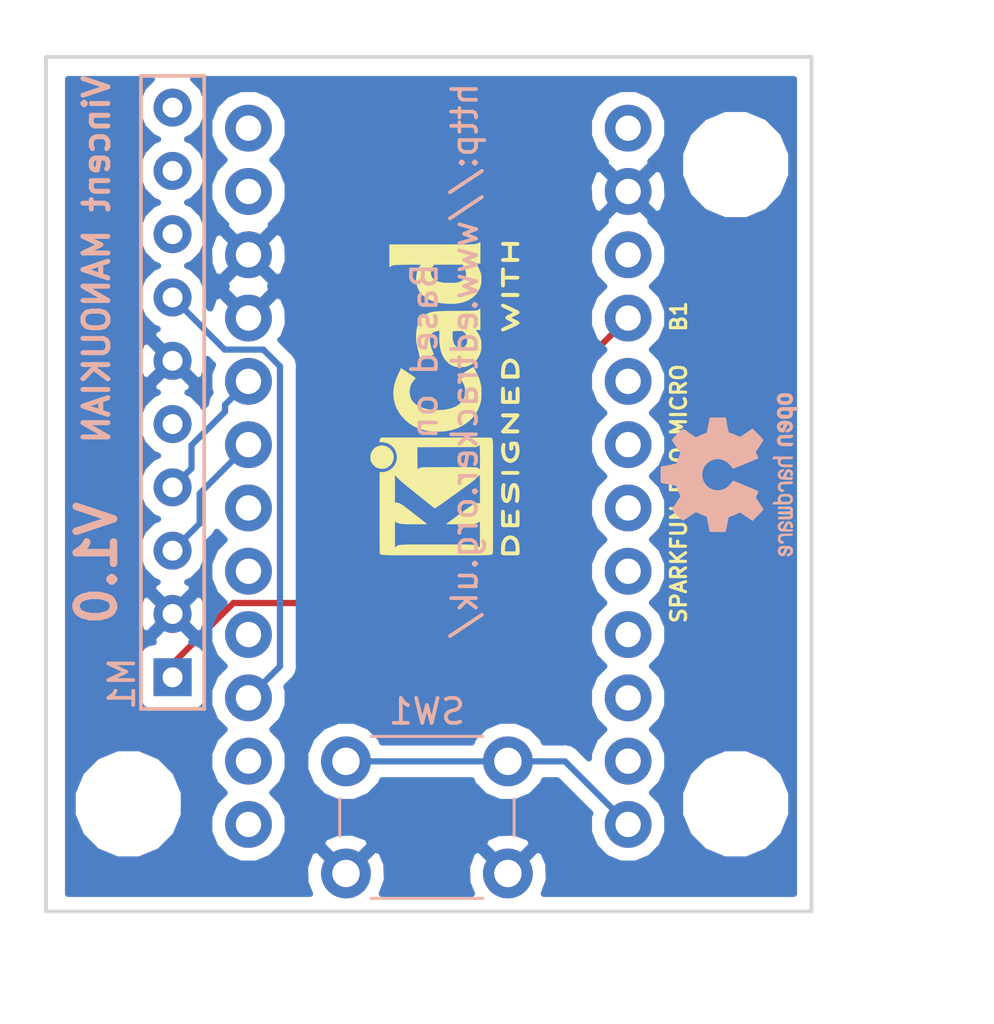
<source format=kicad_pcb>
(kicad_pcb (version 20171130) (host pcbnew "(5.0.1)-4")

  (general
    (thickness 1.6)
    (drawings 9)
    (tracks 24)
    (zones 0)
    (modules 8)
    (nets 27)
  )

  (page A4)
  (layers
    (0 F.Cu signal)
    (31 B.Cu signal)
    (32 B.Adhes user hide)
    (33 F.Adhes user hide)
    (34 B.Paste user hide)
    (35 F.Paste user hide)
    (36 B.SilkS user)
    (37 F.SilkS user)
    (38 B.Mask user)
    (39 F.Mask user)
    (40 Dwgs.User user hide)
    (41 Cmts.User user hide)
    (42 Eco1.User user hide)
    (43 Eco2.User user hide)
    (44 Edge.Cuts user)
    (45 Margin user hide)
    (46 B.CrtYd user)
    (47 F.CrtYd user)
    (48 B.Fab user hide)
    (49 F.Fab user)
  )

  (setup
    (last_trace_width 0.25)
    (trace_clearance 0.2)
    (zone_clearance 0.508)
    (zone_45_only no)
    (trace_min 0.2)
    (segment_width 0.2)
    (edge_width 0.15)
    (via_size 0.8)
    (via_drill 0.4)
    (via_min_size 0.4)
    (via_min_drill 0.3)
    (uvia_size 0.3)
    (uvia_drill 0.1)
    (uvias_allowed no)
    (uvia_min_size 0.2)
    (uvia_min_drill 0.1)
    (pcb_text_width 0.3)
    (pcb_text_size 1.5 1.5)
    (mod_edge_width 0.15)
    (mod_text_size 1 1)
    (mod_text_width 0.15)
    (pad_size 1.524 1.524)
    (pad_drill 0.762)
    (pad_to_mask_clearance 0.051)
    (solder_mask_min_width 0.25)
    (aux_axis_origin 0 0)
    (visible_elements 7FFFFFFF)
    (pcbplotparams
      (layerselection 0x010f0_ffffffff)
      (usegerberextensions false)
      (usegerberattributes false)
      (usegerberadvancedattributes false)
      (creategerberjobfile false)
      (excludeedgelayer true)
      (linewidth 0.100000)
      (plotframeref false)
      (viasonmask false)
      (mode 1)
      (useauxorigin false)
      (hpglpennumber 1)
      (hpglpenspeed 20)
      (hpglpendiameter 15.000000)
      (psnegative false)
      (psa4output false)
      (plotreference true)
      (plotvalue true)
      (plotinvisibletext false)
      (padsonsilk false)
      (subtractmaskfromsilk false)
      (outputformat 1)
      (mirror false)
      (drillshape 0)
      (scaleselection 1)
      (outputdirectory "gerber/"))
  )

  (net 0 "")
  (net 1 "Net-(B1-Pad1)")
  (net 2 "Net-(B1-Pad2)")
  (net 3 GND)
  (net 4 "Net-(B1-Pad5)")
  (net 5 "Net-(B1-Pad6)")
  (net 6 "Net-(B1-Pad7)")
  (net 7 "Net-(B1-Pad8)")
  (net 8 "Net-(B1-Pad9)")
  (net 9 "Net-(B1-Pad10)")
  (net 10 "Net-(B1-Pad11)")
  (net 11 "Net-(B1-Pad12)")
  (net 12 "Net-(B1-Pad13)")
  (net 13 "Net-(B1-Pad14)")
  (net 14 "Net-(B1-Pad15)")
  (net 15 "Net-(B1-Pad16)")
  (net 16 "Net-(B1-Pad17)")
  (net 17 "Net-(B1-Pad18)")
  (net 18 "Net-(B1-Pad19)")
  (net 19 "Net-(B1-Pad20)")
  (net 20 VCC)
  (net 21 "Net-(B1-Pad22)")
  (net 22 "Net-(B1-Pad24)")
  (net 23 "Net-(M1-Pad5)")
  (net 24 "Net-(M1-Pad8)")
  (net 25 "Net-(M1-Pad10)")
  (net 26 "Net-(M1-Pad9)")

  (net_class Default "Ceci est la Netclass par défaut."
    (clearance 0.2)
    (trace_width 0.25)
    (via_dia 0.8)
    (via_drill 0.4)
    (uvia_dia 0.3)
    (uvia_drill 0.1)
    (add_net GND)
    (add_net "Net-(B1-Pad1)")
    (add_net "Net-(B1-Pad10)")
    (add_net "Net-(B1-Pad11)")
    (add_net "Net-(B1-Pad12)")
    (add_net "Net-(B1-Pad13)")
    (add_net "Net-(B1-Pad14)")
    (add_net "Net-(B1-Pad15)")
    (add_net "Net-(B1-Pad16)")
    (add_net "Net-(B1-Pad17)")
    (add_net "Net-(B1-Pad18)")
    (add_net "Net-(B1-Pad19)")
    (add_net "Net-(B1-Pad2)")
    (add_net "Net-(B1-Pad20)")
    (add_net "Net-(B1-Pad22)")
    (add_net "Net-(B1-Pad24)")
    (add_net "Net-(B1-Pad5)")
    (add_net "Net-(B1-Pad6)")
    (add_net "Net-(B1-Pad7)")
    (add_net "Net-(B1-Pad8)")
    (add_net "Net-(B1-Pad9)")
    (add_net "Net-(M1-Pad10)")
    (add_net "Net-(M1-Pad5)")
    (add_net "Net-(M1-Pad8)")
    (add_net "Net-(M1-Pad9)")
    (add_net VCC)
  )

  (module MountingHole:MountingHole_3.2mm_M3 (layer F.Cu) (tedit 5C238360) (tstamp 5C48F830)
    (at 64.008 116.078)
    (descr "Mounting Hole 3.2mm, no annular, M3")
    (tags "mounting hole 3.2mm no annular m3")
    (path /5C23B22F)
    (attr virtual)
    (fp_text reference H2 (at 0 -4.2) (layer F.SilkS) hide
      (effects (font (size 1 1) (thickness 0.15)))
    )
    (fp_text value MountingHole (at 0 4.2) (layer F.Fab)
      (effects (font (size 1 1) (thickness 0.15)))
    )
    (fp_text user %R (at 0.3 0) (layer F.Fab)
      (effects (font (size 1 1) (thickness 0.15)))
    )
    (fp_circle (center 0 0) (end 3.2 0) (layer Cmts.User) (width 0.15))
    (fp_circle (center 0 0) (end 3.45 0) (layer F.CrtYd) (width 0.05))
    (pad 1 np_thru_hole circle (at 0 0) (size 3.2 3.2) (drill 3.2) (layers *.Cu *.Mask))
  )

  (module Boards:SPARKFUN_PRO_MICRO (layer F.Cu) (tedit 5C239F81) (tstamp 5C2FEC40)
    (at 76.454 101.663501)
    (descr "SPARKFUN PRO MICO FOOTPRINT (WITH USB CONNECTOR)")
    (tags "SPARKFUN PRO MICO FOOTPRINT (WITH USB CONNECTOR)")
    (path /5C234C2E)
    (attr virtual)
    (fp_text reference B1 (at 9.652 -5.143501 90) (layer F.SilkS)
      (effects (font (size 0.6096 0.6096) (thickness 0.127)))
    )
    (fp_text value SPARKFUN_PRO_MICRO (at 9.652 1.968499 90) (layer F.SilkS)
      (effects (font (size 0.6096 0.6096) (thickness 0.127)))
    )
    (fp_line (start -8.89 -16.51) (end -8.89 16.51) (layer Dwgs.User) (width 0.127))
    (fp_line (start -8.89 16.51) (end 8.89 16.51) (layer Dwgs.User) (width 0.127))
    (fp_line (start 8.89 16.51) (end 8.89 -16.51) (layer Dwgs.User) (width 0.127))
    (fp_line (start 8.89 -16.51) (end -8.89 -16.51) (layer Dwgs.User) (width 0.127))
    (fp_line (start -3.81 -16.51) (end -3.81 -17.78) (layer Dwgs.User) (width 0.127))
    (fp_line (start -3.81 -17.78) (end 3.81 -17.78) (layer Dwgs.User) (width 0.127))
    (fp_line (start 3.81 -17.78) (end 3.81 -16.51) (layer Dwgs.User) (width 0.127))
    (fp_text user USB (at -0.0508 -16.9164) (layer Dwgs.User)
      (effects (font (size 0.8128 0.8128) (thickness 0.1524)))
    )
    (pad 1 thru_hole circle (at -7.62 -12.7) (size 1.8796 1.8796) (drill 1.016) (layers *.Cu *.Mask)
      (net 1 "Net-(B1-Pad1)") (solder_mask_margin 0.1016))
    (pad 2 thru_hole circle (at -7.62 -10.16) (size 1.8796 1.8796) (drill 1.016) (layers *.Cu *.Mask)
      (net 2 "Net-(B1-Pad2)") (solder_mask_margin 0.1016))
    (pad 3 thru_hole circle (at -7.62 -7.62) (size 1.8796 1.8796) (drill 1.016) (layers *.Cu *.Mask)
      (net 3 GND) (solder_mask_margin 0.1016))
    (pad 4 thru_hole circle (at -7.62 -5.08) (size 1.8796 1.8796) (drill 1.016) (layers *.Cu *.Mask)
      (net 3 GND) (solder_mask_margin 0.1016))
    (pad 5 thru_hole circle (at -7.62 -2.54) (size 1.8796 1.8796) (drill 1.016) (layers *.Cu *.Mask)
      (net 4 "Net-(B1-Pad5)") (solder_mask_margin 0.1016))
    (pad 6 thru_hole circle (at -7.62 0) (size 1.8796 1.8796) (drill 1.016) (layers *.Cu *.Mask)
      (net 5 "Net-(B1-Pad6)") (solder_mask_margin 0.1016))
    (pad 7 thru_hole circle (at -7.62 2.54) (size 1.8796 1.8796) (drill 1.016) (layers *.Cu *.Mask)
      (net 6 "Net-(B1-Pad7)") (solder_mask_margin 0.1016))
    (pad 8 thru_hole circle (at -7.62 5.08) (size 1.8796 1.8796) (drill 1.016) (layers *.Cu *.Mask)
      (net 7 "Net-(B1-Pad8)") (solder_mask_margin 0.1016))
    (pad 9 thru_hole circle (at -7.62 7.62) (size 1.8796 1.8796) (drill 1.016) (layers *.Cu *.Mask)
      (net 8 "Net-(B1-Pad9)") (solder_mask_margin 0.1016))
    (pad 10 thru_hole circle (at -7.62 10.16) (size 1.8796 1.8796) (drill 1.016) (layers *.Cu *.Mask)
      (net 9 "Net-(B1-Pad10)") (solder_mask_margin 0.1016))
    (pad 11 thru_hole circle (at -7.62 12.7) (size 1.8796 1.8796) (drill 1.016) (layers *.Cu *.Mask)
      (net 10 "Net-(B1-Pad11)") (solder_mask_margin 0.1016))
    (pad 12 thru_hole circle (at -7.62 15.24) (size 1.8796 1.8796) (drill 1.016) (layers *.Cu *.Mask)
      (net 11 "Net-(B1-Pad12)") (solder_mask_margin 0.1016))
    (pad 13 thru_hole circle (at 7.62 15.24) (size 1.8796 1.8796) (drill 1.016) (layers *.Cu *.Mask)
      (net 12 "Net-(B1-Pad13)") (solder_mask_margin 0.1016))
    (pad 14 thru_hole circle (at 7.62 12.7) (size 1.8796 1.8796) (drill 1.016) (layers *.Cu *.Mask)
      (net 13 "Net-(B1-Pad14)") (solder_mask_margin 0.1016))
    (pad 15 thru_hole circle (at 7.62 10.16) (size 1.8796 1.8796) (drill 1.016) (layers *.Cu *.Mask)
      (net 14 "Net-(B1-Pad15)") (solder_mask_margin 0.1016))
    (pad 16 thru_hole circle (at 7.62 7.62) (size 1.8796 1.8796) (drill 1.016) (layers *.Cu *.Mask)
      (net 15 "Net-(B1-Pad16)") (solder_mask_margin 0.1016))
    (pad 17 thru_hole circle (at 7.62 5.08) (size 1.8796 1.8796) (drill 1.016) (layers *.Cu *.Mask)
      (net 16 "Net-(B1-Pad17)") (solder_mask_margin 0.1016))
    (pad 18 thru_hole circle (at 7.62 2.54) (size 1.8796 1.8796) (drill 1.016) (layers *.Cu *.Mask)
      (net 17 "Net-(B1-Pad18)") (solder_mask_margin 0.1016))
    (pad 19 thru_hole circle (at 7.62 0) (size 1.8796 1.8796) (drill 1.016) (layers *.Cu *.Mask)
      (net 18 "Net-(B1-Pad19)") (solder_mask_margin 0.1016))
    (pad 20 thru_hole circle (at 7.62 -2.54) (size 1.8796 1.8796) (drill 1.016) (layers *.Cu *.Mask)
      (net 19 "Net-(B1-Pad20)") (solder_mask_margin 0.1016))
    (pad 21 thru_hole circle (at 7.62 -5.08) (size 1.8796 1.8796) (drill 1.016) (layers *.Cu *.Mask)
      (net 20 VCC) (solder_mask_margin 0.1016))
    (pad 22 thru_hole circle (at 7.62 -7.62) (size 1.8796 1.8796) (drill 1.016) (layers *.Cu *.Mask)
      (net 21 "Net-(B1-Pad22)") (solder_mask_margin 0.1016))
    (pad 23 thru_hole circle (at 7.62 -10.16) (size 1.8796 1.8796) (drill 1.016) (layers *.Cu *.Mask)
      (net 3 GND) (solder_mask_margin 0.1016))
    (pad 24 thru_hole circle (at 7.62 -12.7) (size 1.8796 1.8796) (drill 1.016) (layers *.Cu *.Mask)
      (net 22 "Net-(B1-Pad24)") (solder_mask_margin 0.1016))
  )

  (module MPU9250:MPU9250 (layer B.Cu) (tedit 5C236C27) (tstamp 5C2FEC50)
    (at 65.786 99.568 90)
    (path /5C235786)
    (fp_text reference M1 (at -11.684 -2.032 90) (layer B.SilkS)
      (effects (font (size 1 1) (thickness 0.15)) (justify mirror))
    )
    (fp_text value MPU9250 (at 9.398 -2.032 90) (layer B.Fab)
      (effects (font (size 1 1) (thickness 0.15)) (justify mirror))
    )
    (fp_line (start -12.7 -1.27) (end -12.7 1.27) (layer B.SilkS) (width 0.15))
    (fp_line (start 12.7 -1.27) (end -12.7 -1.27) (layer B.SilkS) (width 0.15))
    (fp_line (start 12.7 1.27) (end 12.7 -1.27) (layer B.SilkS) (width 0.15))
    (fp_line (start -12.7 1.27) (end 12.7 1.27) (layer B.SilkS) (width 0.15))
    (pad 10 thru_hole circle (at 11.43 0 90) (size 1.524 1.524) (drill 0.8) (layers *.Cu *.Mask)
      (net 25 "Net-(M1-Pad10)"))
    (pad 9 thru_hole circle (at 8.89 0 90) (size 1.524 1.524) (drill 0.8) (layers *.Cu *.Mask)
      (net 26 "Net-(M1-Pad9)"))
    (pad 8 thru_hole circle (at 6.35 0 90) (size 1.524 1.524) (drill 0.8) (layers *.Cu *.Mask)
      (net 24 "Net-(M1-Pad8)"))
    (pad 7 thru_hole circle (at 3.81 0 90) (size 1.524 1.524) (drill 0.8) (layers *.Cu *.Mask)
      (net 9 "Net-(B1-Pad10)"))
    (pad 6 thru_hole circle (at 1.27 0 90) (size 1.524 1.524) (drill 0.8) (layers *.Cu *.Mask)
      (net 3 GND))
    (pad 5 thru_hole circle (at -1.27 0 90) (size 1.524 1.524) (drill 0.8) (layers *.Cu *.Mask)
      (net 23 "Net-(M1-Pad5)"))
    (pad 4 thru_hole circle (at -3.81 0 90) (size 1.524 1.524) (drill 0.8) (layers *.Cu *.Mask)
      (net 4 "Net-(B1-Pad5)"))
    (pad 3 thru_hole circle (at -6.35 0 90) (size 1.524 1.524) (drill 0.8) (layers *.Cu *.Mask)
      (net 5 "Net-(B1-Pad6)"))
    (pad 2 thru_hole circle (at -8.89 0 90) (size 1.524 1.524) (drill 0.8) (layers *.Cu *.Mask)
      (net 3 GND))
    (pad 1 thru_hole rect (at -11.43 0 90) (size 1.524 1.524) (drill 0.8) (layers *.Cu *.Mask)
      (net 20 VCC))
  )

  (module MountingHole:MountingHole_3.2mm_M3 (layer F.Cu) (tedit 5C23836C) (tstamp 5C48E977)
    (at 88.392 90.424)
    (descr "Mounting Hole 3.2mm, no annular, M3")
    (tags "mounting hole 3.2mm no annular m3")
    (path /5C23AFDD)
    (attr virtual)
    (fp_text reference H1 (at 0 -4.2) (layer F.SilkS) hide
      (effects (font (size 1 1) (thickness 0.15)))
    )
    (fp_text value MountingHole (at 0 4.2) (layer F.Fab)
      (effects (font (size 1 1) (thickness 0.15)))
    )
    (fp_text user %R (at 0.3 0) (layer F.Fab)
      (effects (font (size 1 1) (thickness 0.15)))
    )
    (fp_circle (center 0 0) (end 3.2 0) (layer Cmts.User) (width 0.15))
    (fp_circle (center 0 0) (end 3.45 0) (layer F.CrtYd) (width 0.05))
    (pad 1 np_thru_hole circle (at 0 0) (size 3.2 3.2) (drill 3.2) (layers *.Cu *.Mask))
  )

  (module MountingHole:MountingHole_3.2mm_M3 (layer F.Cu) (tedit 5C238366) (tstamp 5C48EA73)
    (at 88.392 116.078)
    (descr "Mounting Hole 3.2mm, no annular, M3")
    (tags "mounting hole 3.2mm no annular m3")
    (path /5C23B46E)
    (attr virtual)
    (fp_text reference H4 (at 0 -4.2) (layer F.SilkS) hide
      (effects (font (size 1 1) (thickness 0.15)))
    )
    (fp_text value MountingHole (at 0 4.2) (layer F.Fab)
      (effects (font (size 1 1) (thickness 0.15)))
    )
    (fp_text user %R (at 0.3 0) (layer F.Fab)
      (effects (font (size 1 1) (thickness 0.15)))
    )
    (fp_circle (center 0 0) (end 3.2 0) (layer Cmts.User) (width 0.15))
    (fp_circle (center 0 0) (end 3.45 0) (layer F.CrtYd) (width 0.05))
    (pad 1 np_thru_hole circle (at 0 0) (size 3.2 3.2) (drill 3.2) (layers *.Cu *.Mask))
  )

  (module Button_Switch_THT:SW_PUSH_6mm_H8mm (layer B.Cu) (tedit 5A02FE31) (tstamp 5C48EF6E)
    (at 79.248 114.372 180)
    (descr "tactile push button, 6x6mm e.g. PHAP33xx series, height=8mm")
    (tags "tact sw push 6mm")
    (path /5C23C10C)
    (fp_text reference SW1 (at 3.25 2 180) (layer B.SilkS)
      (effects (font (size 1 1) (thickness 0.15)) (justify mirror))
    )
    (fp_text value SW_Push (at 3.75 -6.7 180) (layer B.Fab)
      (effects (font (size 1 1) (thickness 0.15)) (justify mirror))
    )
    (fp_text user %R (at 3.25 -2.25 180) (layer B.Fab)
      (effects (font (size 1 1) (thickness 0.15)) (justify mirror))
    )
    (fp_line (start 3.25 0.75) (end 6.25 0.75) (layer B.Fab) (width 0.1))
    (fp_line (start 6.25 0.75) (end 6.25 -5.25) (layer B.Fab) (width 0.1))
    (fp_line (start 6.25 -5.25) (end 0.25 -5.25) (layer B.Fab) (width 0.1))
    (fp_line (start 0.25 -5.25) (end 0.25 0.75) (layer B.Fab) (width 0.1))
    (fp_line (start 0.25 0.75) (end 3.25 0.75) (layer B.Fab) (width 0.1))
    (fp_line (start 7.75 -6) (end 8 -6) (layer B.CrtYd) (width 0.05))
    (fp_line (start 8 -6) (end 8 -5.75) (layer B.CrtYd) (width 0.05))
    (fp_line (start 7.75 1.5) (end 8 1.5) (layer B.CrtYd) (width 0.05))
    (fp_line (start 8 1.5) (end 8 1.25) (layer B.CrtYd) (width 0.05))
    (fp_line (start -1.5 1.25) (end -1.5 1.5) (layer B.CrtYd) (width 0.05))
    (fp_line (start -1.5 1.5) (end -1.25 1.5) (layer B.CrtYd) (width 0.05))
    (fp_line (start -1.5 -5.75) (end -1.5 -6) (layer B.CrtYd) (width 0.05))
    (fp_line (start -1.5 -6) (end -1.25 -6) (layer B.CrtYd) (width 0.05))
    (fp_line (start -1.25 1.5) (end 7.75 1.5) (layer B.CrtYd) (width 0.05))
    (fp_line (start -1.5 -5.75) (end -1.5 1.25) (layer B.CrtYd) (width 0.05))
    (fp_line (start 7.75 -6) (end -1.25 -6) (layer B.CrtYd) (width 0.05))
    (fp_line (start 8 1.25) (end 8 -5.75) (layer B.CrtYd) (width 0.05))
    (fp_line (start 1 -5.5) (end 5.5 -5.5) (layer B.SilkS) (width 0.12))
    (fp_line (start -0.25 -1.5) (end -0.25 -3) (layer B.SilkS) (width 0.12))
    (fp_line (start 5.5 1) (end 1 1) (layer B.SilkS) (width 0.12))
    (fp_line (start 6.75 -3) (end 6.75 -1.5) (layer B.SilkS) (width 0.12))
    (fp_circle (center 3.25 -2.25) (end 1.25 -2.5) (layer B.Fab) (width 0.1))
    (pad 2 thru_hole circle (at 0 -4.5 90) (size 2 2) (drill 1.1) (layers *.Cu *.Mask)
      (net 3 GND))
    (pad 1 thru_hole circle (at 0 0 90) (size 2 2) (drill 1.1) (layers *.Cu *.Mask)
      (net 12 "Net-(B1-Pad13)"))
    (pad 2 thru_hole circle (at 6.5 -4.5 90) (size 2 2) (drill 1.1) (layers *.Cu *.Mask)
      (net 3 GND))
    (pad 1 thru_hole circle (at 6.5 0 90) (size 2 2) (drill 1.1) (layers *.Cu *.Mask)
      (net 12 "Net-(B1-Pad13)"))
    (model ${KISYS3DMOD}/Button_Switch_THT.3dshapes/SW_PUSH_6mm_H8mm.wrl
      (at (xyz 0 0 0))
      (scale (xyz 1 1 1))
      (rotate (xyz 0 0 0))
    )
  )

  (module Symbol:KiCad-Logo2_6mm_SilkScreen (layer F.Cu) (tedit 0) (tstamp 5C555090)
    (at 76.708 99.822 90)
    (descr "KiCad Logo")
    (tags "Logo KiCad")
    (attr virtual)
    (fp_text reference REF** (at 0 0 90) (layer F.SilkS) hide
      (effects (font (size 1 1) (thickness 0.15)))
    )
    (fp_text value KiCad-Logo2_6mm_SilkScreen (at 0.75 0 90) (layer F.Fab) hide
      (effects (font (size 1 1) (thickness 0.15)))
    )
    (fp_poly (pts (xy -2.273043 -2.973429) (xy -2.176768 -2.949191) (xy -2.090184 -2.906359) (xy -2.015373 -2.846581)
      (xy -1.954418 -2.771506) (xy -1.909399 -2.68278) (xy -1.883136 -2.58647) (xy -1.877286 -2.489205)
      (xy -1.89214 -2.395346) (xy -1.92584 -2.307489) (xy -1.976528 -2.22823) (xy -2.042345 -2.160164)
      (xy -2.121434 -2.105888) (xy -2.211934 -2.067998) (xy -2.2632 -2.055574) (xy -2.307698 -2.048053)
      (xy -2.341999 -2.045081) (xy -2.37496 -2.046906) (xy -2.415434 -2.053775) (xy -2.448531 -2.06075)
      (xy -2.541947 -2.092259) (xy -2.625619 -2.143383) (xy -2.697665 -2.212571) (xy -2.7562 -2.298272)
      (xy -2.770148 -2.325511) (xy -2.786586 -2.361878) (xy -2.796894 -2.392418) (xy -2.80246 -2.42455)
      (xy -2.804669 -2.465693) (xy -2.804948 -2.511778) (xy -2.800861 -2.596135) (xy -2.787446 -2.665414)
      (xy -2.762256 -2.726039) (xy -2.722846 -2.784433) (xy -2.684298 -2.828698) (xy -2.612406 -2.894516)
      (xy -2.537313 -2.939947) (xy -2.454562 -2.96715) (xy -2.376928 -2.977424) (xy -2.273043 -2.973429)) (layer F.SilkS) (width 0.01))
    (fp_poly (pts (xy 6.186507 -0.527755) (xy 6.186526 -0.293338) (xy 6.186552 -0.080397) (xy 6.186625 0.112168)
      (xy 6.186782 0.285459) (xy 6.187064 0.440576) (xy 6.187509 0.57862) (xy 6.188156 0.700692)
      (xy 6.189045 0.807894) (xy 6.190213 0.901326) (xy 6.191701 0.98209) (xy 6.193546 1.051286)
      (xy 6.195789 1.110015) (xy 6.198469 1.159379) (xy 6.201623 1.200478) (xy 6.205292 1.234413)
      (xy 6.209513 1.262286) (xy 6.214327 1.285198) (xy 6.219773 1.304249) (xy 6.225888 1.32054)
      (xy 6.232712 1.335173) (xy 6.240285 1.349249) (xy 6.248645 1.363868) (xy 6.253839 1.372974)
      (xy 6.288104 1.433689) (xy 5.429955 1.433689) (xy 5.429955 1.337733) (xy 5.429224 1.29437)
      (xy 5.427272 1.261205) (xy 5.424463 1.243424) (xy 5.423221 1.241778) (xy 5.411799 1.248662)
      (xy 5.389084 1.266505) (xy 5.366385 1.285879) (xy 5.3118 1.326614) (xy 5.242321 1.367617)
      (xy 5.16527 1.405123) (xy 5.087965 1.435364) (xy 5.057113 1.445012) (xy 4.988616 1.459578)
      (xy 4.905764 1.469539) (xy 4.816371 1.474583) (xy 4.728248 1.474396) (xy 4.649207 1.468666)
      (xy 4.611511 1.462858) (xy 4.473414 1.424797) (xy 4.346113 1.367073) (xy 4.230292 1.290211)
      (xy 4.126637 1.194739) (xy 4.035833 1.081179) (xy 3.969031 0.970381) (xy 3.914164 0.853625)
      (xy 3.872163 0.734276) (xy 3.842167 0.608283) (xy 3.823311 0.471594) (xy 3.814732 0.320158)
      (xy 3.814006 0.242711) (xy 3.8161 0.185934) (xy 4.645217 0.185934) (xy 4.645424 0.279002)
      (xy 4.648337 0.366692) (xy 4.654 0.443772) (xy 4.662455 0.505009) (xy 4.665038 0.51735)
      (xy 4.69684 0.624633) (xy 4.738498 0.711658) (xy 4.790363 0.778642) (xy 4.852781 0.825805)
      (xy 4.9261 0.853365) (xy 5.010669 0.861541) (xy 5.106835 0.850551) (xy 5.170311 0.834829)
      (xy 5.219454 0.816639) (xy 5.273583 0.790791) (xy 5.314244 0.767089) (xy 5.3848 0.720721)
      (xy 5.3848 -0.42947) (xy 5.317392 -0.473038) (xy 5.238867 -0.51396) (xy 5.154681 -0.540611)
      (xy 5.069557 -0.552535) (xy 4.988216 -0.549278) (xy 4.91538 -0.530385) (xy 4.883426 -0.514816)
      (xy 4.825501 -0.471819) (xy 4.776544 -0.415047) (xy 4.73539 -0.342425) (xy 4.700874 -0.251879)
      (xy 4.671833 -0.141334) (xy 4.670552 -0.135467) (xy 4.660381 -0.073212) (xy 4.652739 0.004594)
      (xy 4.64767 0.09272) (xy 4.645217 0.185934) (xy 3.8161 0.185934) (xy 3.821857 0.029895)
      (xy 3.843802 -0.165941) (xy 3.879786 -0.344668) (xy 3.929759 -0.506155) (xy 3.993668 -0.650274)
      (xy 4.071462 -0.776894) (xy 4.163089 -0.885885) (xy 4.268497 -0.977117) (xy 4.313662 -1.008068)
      (xy 4.414611 -1.064215) (xy 4.517901 -1.103826) (xy 4.627989 -1.127986) (xy 4.74933 -1.137781)
      (xy 4.841836 -1.136735) (xy 4.97149 -1.125769) (xy 5.084084 -1.103954) (xy 5.182875 -1.070286)
      (xy 5.271121 -1.023764) (xy 5.319986 -0.989552) (xy 5.349353 -0.967638) (xy 5.371043 -0.952667)
      (xy 5.379253 -0.948267) (xy 5.380868 -0.959096) (xy 5.382159 -0.989749) (xy 5.383138 -1.037474)
      (xy 5.383817 -1.099521) (xy 5.38421 -1.173138) (xy 5.38433 -1.255573) (xy 5.384188 -1.344075)
      (xy 5.383797 -1.435893) (xy 5.383171 -1.528276) (xy 5.38232 -1.618472) (xy 5.38126 -1.703729)
      (xy 5.380001 -1.781297) (xy 5.378556 -1.848424) (xy 5.376938 -1.902359) (xy 5.375161 -1.94035)
      (xy 5.374669 -1.947333) (xy 5.367092 -2.017749) (xy 5.355531 -2.072898) (xy 5.337792 -2.120019)
      (xy 5.311682 -2.166353) (xy 5.305415 -2.175933) (xy 5.280983 -2.212622) (xy 6.186311 -2.212622)
      (xy 6.186507 -0.527755)) (layer F.SilkS) (width 0.01))
    (fp_poly (pts (xy 2.673574 -1.133448) (xy 2.825492 -1.113433) (xy 2.960756 -1.079798) (xy 3.080239 -1.032275)
      (xy 3.184815 -0.970595) (xy 3.262424 -0.907035) (xy 3.331265 -0.832901) (xy 3.385006 -0.753129)
      (xy 3.42791 -0.660909) (xy 3.443384 -0.617839) (xy 3.456244 -0.578858) (xy 3.467446 -0.542711)
      (xy 3.47712 -0.507566) (xy 3.485396 -0.47159) (xy 3.492403 -0.43295) (xy 3.498272 -0.389815)
      (xy 3.503131 -0.340351) (xy 3.50711 -0.282727) (xy 3.51034 -0.215109) (xy 3.512949 -0.135666)
      (xy 3.515067 -0.042564) (xy 3.516824 0.066027) (xy 3.518349 0.191942) (xy 3.519772 0.337012)
      (xy 3.521025 0.479778) (xy 3.522351 0.635968) (xy 3.523556 0.771239) (xy 3.524766 0.887246)
      (xy 3.526106 0.985645) (xy 3.5277 1.068093) (xy 3.529675 1.136246) (xy 3.532156 1.19176)
      (xy 3.535269 1.236292) (xy 3.539138 1.271498) (xy 3.543889 1.299034) (xy 3.549648 1.320556)
      (xy 3.556539 1.337722) (xy 3.564689 1.352186) (xy 3.574223 1.365606) (xy 3.585266 1.379638)
      (xy 3.589566 1.385071) (xy 3.605386 1.40791) (xy 3.612422 1.423463) (xy 3.612444 1.423922)
      (xy 3.601567 1.426121) (xy 3.570582 1.428147) (xy 3.521957 1.429942) (xy 3.458163 1.431451)
      (xy 3.381669 1.432616) (xy 3.294944 1.43338) (xy 3.200457 1.433686) (xy 3.18955 1.433689)
      (xy 2.766657 1.433689) (xy 2.763395 1.337622) (xy 2.760133 1.241556) (xy 2.698044 1.292543)
      (xy 2.600714 1.360057) (xy 2.490813 1.414749) (xy 2.404349 1.444978) (xy 2.335278 1.459666)
      (xy 2.251925 1.469659) (xy 2.162159 1.474646) (xy 2.073845 1.474313) (xy 1.994851 1.468351)
      (xy 1.958622 1.462638) (xy 1.818603 1.424776) (xy 1.692178 1.369932) (xy 1.58026 1.298924)
      (xy 1.483762 1.212568) (xy 1.4036 1.111679) (xy 1.340687 0.997076) (xy 1.296312 0.870984)
      (xy 1.283978 0.814401) (xy 1.276368 0.752202) (xy 1.272739 0.677363) (xy 1.272245 0.643467)
      (xy 1.27231 0.640282) (xy 2.032248 0.640282) (xy 2.041541 0.715333) (xy 2.069728 0.77916)
      (xy 2.118197 0.834798) (xy 2.123254 0.839211) (xy 2.171548 0.874037) (xy 2.223257 0.89662)
      (xy 2.283989 0.90854) (xy 2.359352 0.911383) (xy 2.377459 0.910978) (xy 2.431278 0.908325)
      (xy 2.471308 0.902909) (xy 2.506324 0.892745) (xy 2.545103 0.87585) (xy 2.555745 0.870672)
      (xy 2.616396 0.834844) (xy 2.663215 0.792212) (xy 2.675952 0.776973) (xy 2.720622 0.720462)
      (xy 2.720622 0.524586) (xy 2.720086 0.445939) (xy 2.718396 0.387988) (xy 2.715428 0.348875)
      (xy 2.711057 0.326741) (xy 2.706972 0.320274) (xy 2.691047 0.317111) (xy 2.657264 0.314488)
      (xy 2.61034 0.312655) (xy 2.554993 0.311857) (xy 2.546106 0.311842) (xy 2.42533 0.317096)
      (xy 2.32266 0.333263) (xy 2.236106 0.360961) (xy 2.163681 0.400808) (xy 2.108751 0.447758)
      (xy 2.064204 0.505645) (xy 2.03948 0.568693) (xy 2.032248 0.640282) (xy 1.27231 0.640282)
      (xy 1.274178 0.549712) (xy 1.282522 0.470812) (xy 1.298768 0.39959) (xy 1.324405 0.328864)
      (xy 1.348401 0.276493) (xy 1.40702 0.181196) (xy 1.485117 0.09317) (xy 1.580315 0.014017)
      (xy 1.690238 -0.05466) (xy 1.81251 -0.111259) (xy 1.944755 -0.154179) (xy 2.009422 -0.169118)
      (xy 2.145604 -0.191223) (xy 2.294049 -0.205806) (xy 2.445505 -0.212187) (xy 2.572064 -0.210555)
      (xy 2.73395 -0.203776) (xy 2.72653 -0.262755) (xy 2.707238 -0.361908) (xy 2.676104 -0.442628)
      (xy 2.632269 -0.505534) (xy 2.574871 -0.551244) (xy 2.503048 -0.580378) (xy 2.415941 -0.593553)
      (xy 2.312686 -0.591389) (xy 2.274711 -0.587388) (xy 2.13352 -0.56222) (xy 1.996707 -0.521186)
      (xy 1.902178 -0.483185) (xy 1.857018 -0.46381) (xy 1.818585 -0.44824) (xy 1.792234 -0.438595)
      (xy 1.784546 -0.436548) (xy 1.774802 -0.445626) (xy 1.758083 -0.474595) (xy 1.734232 -0.523783)
      (xy 1.703093 -0.593516) (xy 1.664507 -0.684121) (xy 1.65791 -0.699911) (xy 1.627853 -0.772228)
      (xy 1.600874 -0.837575) (xy 1.578136 -0.893094) (xy 1.560806 -0.935928) (xy 1.550048 -0.963219)
      (xy 1.546941 -0.972058) (xy 1.55694 -0.976813) (xy 1.583217 -0.98209) (xy 1.611489 -0.985769)
      (xy 1.641646 -0.990526) (xy 1.689433 -0.999972) (xy 1.750612 -1.01318) (xy 1.820946 -1.029224)
      (xy 1.896194 -1.04718) (xy 1.924755 -1.054203) (xy 2.029816 -1.079791) (xy 2.11748 -1.099853)
      (xy 2.192068 -1.115031) (xy 2.257903 -1.125965) (xy 2.319307 -1.133296) (xy 2.380602 -1.137665)
      (xy 2.44611 -1.139713) (xy 2.504128 -1.140111) (xy 2.673574 -1.133448)) (layer F.SilkS) (width 0.01))
    (fp_poly (pts (xy 0.328429 -2.050929) (xy 0.48857 -2.029755) (xy 0.65251 -1.989615) (xy 0.822313 -1.930111)
      (xy 1.000043 -1.850846) (xy 1.01131 -1.845301) (xy 1.069005 -1.817275) (xy 1.120552 -1.793198)
      (xy 1.162191 -1.774751) (xy 1.190162 -1.763614) (xy 1.199733 -1.761067) (xy 1.21895 -1.756059)
      (xy 1.223561 -1.751853) (xy 1.218458 -1.74142) (xy 1.202418 -1.715132) (xy 1.177288 -1.675743)
      (xy 1.144914 -1.626009) (xy 1.107143 -1.568685) (xy 1.065822 -1.506524) (xy 1.022798 -1.442282)
      (xy 0.979917 -1.378715) (xy 0.939026 -1.318575) (xy 0.901971 -1.26462) (xy 0.8706 -1.219603)
      (xy 0.846759 -1.186279) (xy 0.832294 -1.167403) (xy 0.830309 -1.165213) (xy 0.820191 -1.169862)
      (xy 0.79785 -1.187038) (xy 0.76728 -1.21356) (xy 0.751536 -1.228036) (xy 0.655047 -1.303318)
      (xy 0.548336 -1.358759) (xy 0.432832 -1.393859) (xy 0.309962 -1.40812) (xy 0.240561 -1.406949)
      (xy 0.119423 -1.389788) (xy 0.010205 -1.353906) (xy -0.087418 -1.299041) (xy -0.173772 -1.22493)
      (xy -0.249185 -1.131312) (xy -0.313982 -1.017924) (xy -0.351399 -0.931333) (xy -0.395252 -0.795634)
      (xy -0.427572 -0.64815) (xy -0.448443 -0.492686) (xy -0.457949 -0.333044) (xy -0.456173 -0.173027)
      (xy -0.443197 -0.016439) (xy -0.419106 0.132918) (xy -0.383982 0.27124) (xy -0.337908 0.394724)
      (xy -0.321627 0.428978) (xy -0.25338 0.543064) (xy -0.172921 0.639557) (xy -0.08143 0.71767)
      (xy 0.019911 0.776617) (xy 0.12992 0.815612) (xy 0.247415 0.833868) (xy 0.288883 0.835211)
      (xy 0.410441 0.82429) (xy 0.530878 0.791474) (xy 0.648666 0.737439) (xy 0.762277 0.662865)
      (xy 0.853685 0.584539) (xy 0.900215 0.540008) (xy 1.081483 0.837271) (xy 1.12658 0.911433)
      (xy 1.167819 0.979646) (xy 1.203735 1.039459) (xy 1.232866 1.08842) (xy 1.25375 1.124079)
      (xy 1.264924 1.143984) (xy 1.266375 1.147079) (xy 1.258146 1.156718) (xy 1.232567 1.173999)
      (xy 1.192873 1.197283) (xy 1.142297 1.224934) (xy 1.084074 1.255315) (xy 1.021437 1.28679)
      (xy 0.957621 1.317722) (xy 0.89586 1.346473) (xy 0.839388 1.371408) (xy 0.791438 1.390889)
      (xy 0.767986 1.399318) (xy 0.634221 1.437133) (xy 0.496327 1.462136) (xy 0.348622 1.47514)
      (xy 0.221833 1.477468) (xy 0.153878 1.476373) (xy 0.088277 1.474275) (xy 0.030847 1.471434)
      (xy -0.012597 1.468106) (xy -0.026702 1.466422) (xy -0.165716 1.437587) (xy -0.307243 1.392468)
      (xy -0.444725 1.33375) (xy -0.571606 1.26412) (xy -0.649111 1.211441) (xy -0.776519 1.103239)
      (xy -0.894822 0.976671) (xy -1.001828 0.834866) (xy -1.095348 0.680951) (xy -1.17319 0.518053)
      (xy -1.217044 0.400756) (xy -1.267292 0.217128) (xy -1.300791 0.022581) (xy -1.317551 -0.178675)
      (xy -1.317584 -0.382432) (xy -1.300899 -0.584479) (xy -1.267507 -0.780608) (xy -1.21742 -0.966609)
      (xy -1.213603 -0.978197) (xy -1.150719 -1.14025) (xy -1.073972 -1.288168) (xy -0.980758 -1.426135)
      (xy -0.868473 -1.558339) (xy -0.824608 -1.603601) (xy -0.688466 -1.727543) (xy -0.548509 -1.830085)
      (xy -0.402589 -1.912344) (xy -0.248558 -1.975436) (xy -0.084268 -2.020477) (xy 0.011289 -2.037967)
      (xy 0.170023 -2.053534) (xy 0.328429 -2.050929)) (layer F.SilkS) (width 0.01))
    (fp_poly (pts (xy -2.9464 -2.510946) (xy -2.935535 -2.397007) (xy -2.903918 -2.289384) (xy -2.853015 -2.190385)
      (xy -2.784293 -2.102316) (xy -2.699219 -2.027484) (xy -2.602232 -1.969616) (xy -2.495964 -1.929995)
      (xy -2.38895 -1.911427) (xy -2.2833 -1.912566) (xy -2.181125 -1.93207) (xy -2.084534 -1.968594)
      (xy -1.995638 -2.020795) (xy -1.916546 -2.087327) (xy -1.849369 -2.166848) (xy -1.796217 -2.258013)
      (xy -1.759199 -2.359477) (xy -1.740427 -2.469898) (xy -1.738489 -2.519794) (xy -1.738489 -2.607733)
      (xy -1.68656 -2.607733) (xy -1.650253 -2.604889) (xy -1.623355 -2.593089) (xy -1.596249 -2.569351)
      (xy -1.557867 -2.530969) (xy -1.557867 -0.339398) (xy -1.557876 -0.077261) (xy -1.557908 0.163241)
      (xy -1.557972 0.383048) (xy -1.558076 0.583101) (xy -1.558227 0.764344) (xy -1.558434 0.927716)
      (xy -1.558706 1.07416) (xy -1.55905 1.204617) (xy -1.559474 1.320029) (xy -1.559987 1.421338)
      (xy -1.560597 1.509484) (xy -1.561312 1.58541) (xy -1.56214 1.650057) (xy -1.563089 1.704367)
      (xy -1.564167 1.74928) (xy -1.565383 1.78574) (xy -1.566745 1.814687) (xy -1.568261 1.837063)
      (xy -1.569938 1.853809) (xy -1.571786 1.865868) (xy -1.573813 1.87418) (xy -1.576025 1.879687)
      (xy -1.577108 1.881537) (xy -1.581271 1.888549) (xy -1.584805 1.894996) (xy -1.588635 1.9009)
      (xy -1.593682 1.906286) (xy -1.600871 1.911178) (xy -1.611123 1.915598) (xy -1.625364 1.919572)
      (xy -1.644514 1.923121) (xy -1.669499 1.92627) (xy -1.70124 1.929042) (xy -1.740662 1.931461)
      (xy -1.788686 1.933551) (xy -1.846237 1.935335) (xy -1.914237 1.936837) (xy -1.99361 1.93808)
      (xy -2.085279 1.939089) (xy -2.190166 1.939885) (xy -2.309196 1.940494) (xy -2.44329 1.940939)
      (xy -2.593373 1.941243) (xy -2.760367 1.94143) (xy -2.945196 1.941524) (xy -3.148783 1.941548)
      (xy -3.37205 1.941525) (xy -3.615922 1.94148) (xy -3.881321 1.941437) (xy -3.919704 1.941432)
      (xy -4.186682 1.941389) (xy -4.432002 1.941318) (xy -4.656583 1.941213) (xy -4.861345 1.941066)
      (xy -5.047206 1.940869) (xy -5.215088 1.940616) (xy -5.365908 1.9403) (xy -5.500587 1.939913)
      (xy -5.620044 1.939447) (xy -5.725199 1.938897) (xy -5.816971 1.938253) (xy -5.896279 1.937511)
      (xy -5.964043 1.936661) (xy -6.021182 1.935697) (xy -6.068617 1.934611) (xy -6.107266 1.933397)
      (xy -6.138049 1.932047) (xy -6.161885 1.930555) (xy -6.179694 1.928911) (xy -6.192395 1.927111)
      (xy -6.200908 1.925145) (xy -6.205266 1.923477) (xy -6.213728 1.919906) (xy -6.221497 1.91727)
      (xy -6.228602 1.914634) (xy -6.235073 1.911062) (xy -6.240939 1.905621) (xy -6.246229 1.897375)
      (xy -6.250974 1.88539) (xy -6.255202 1.868731) (xy -6.258943 1.846463) (xy -6.262227 1.817652)
      (xy -6.265083 1.781363) (xy -6.26754 1.736661) (xy -6.269629 1.682611) (xy -6.271378 1.618279)
      (xy -6.272817 1.54273) (xy -6.273976 1.45503) (xy -6.274883 1.354243) (xy -6.275569 1.239434)
      (xy -6.276063 1.10967) (xy -6.276395 0.964015) (xy -6.276593 0.801535) (xy -6.276687 0.621295)
      (xy -6.276708 0.42236) (xy -6.276685 0.203796) (xy -6.276646 -0.035332) (xy -6.276622 -0.29596)
      (xy -6.276622 -0.338111) (xy -6.276636 -0.601008) (xy -6.276661 -0.842268) (xy -6.276671 -1.062835)
      (xy -6.276642 -1.263648) (xy -6.276548 -1.445651) (xy -6.276362 -1.609784) (xy -6.276059 -1.756989)
      (xy -6.275614 -1.888208) (xy -6.275034 -1.998133) (xy -5.972197 -1.998133) (xy -5.932407 -1.940289)
      (xy -5.921236 -1.924521) (xy -5.911166 -1.910559) (xy -5.902138 -1.897216) (xy -5.894097 -1.883307)
      (xy -5.886986 -1.867644) (xy -5.880747 -1.849042) (xy -5.875325 -1.826314) (xy -5.870662 -1.798273)
      (xy -5.866701 -1.763733) (xy -5.863385 -1.721508) (xy -5.860659 -1.670411) (xy -5.858464 -1.609256)
      (xy -5.856745 -1.536856) (xy -5.855444 -1.452025) (xy -5.854505 -1.353578) (xy -5.85387 -1.240326)
      (xy -5.853484 -1.111084) (xy -5.853288 -0.964666) (xy -5.853227 -0.799884) (xy -5.853243 -0.615553)
      (xy -5.85328 -0.410487) (xy -5.853289 -0.287867) (xy -5.853265 -0.070918) (xy -5.853231 0.124642)
      (xy -5.853243 0.299999) (xy -5.853358 0.456341) (xy -5.85363 0.594857) (xy -5.854118 0.716734)
      (xy -5.854876 0.82316) (xy -5.855962 0.915322) (xy -5.857431 0.994409) (xy -5.85934 1.061608)
      (xy -5.861744 1.118107) (xy -5.864701 1.165093) (xy -5.868266 1.203755) (xy -5.872495 1.23528)
      (xy -5.877446 1.260855) (xy -5.883173 1.28167) (xy -5.889733 1.298911) (xy -5.897183 1.313765)
      (xy -5.905579 1.327422) (xy -5.914976 1.341069) (xy -5.925432 1.355893) (xy -5.931523 1.364783)
      (xy -5.970296 1.4224) (xy -5.438732 1.4224) (xy -5.315483 1.422365) (xy -5.212987 1.422215)
      (xy -5.12942 1.421878) (xy -5.062956 1.421286) (xy -5.011771 1.420367) (xy -4.974041 1.419051)
      (xy -4.94794 1.417269) (xy -4.931644 1.414951) (xy -4.923328 1.412026) (xy -4.921168 1.408424)
      (xy -4.923339 1.404075) (xy -4.924535 1.402645) (xy -4.949685 1.365573) (xy -4.975583 1.312772)
      (xy -4.999192 1.25077) (xy -5.007461 1.224357) (xy -5.012078 1.206416) (xy -5.015979 1.185355)
      (xy -5.019248 1.159089) (xy -5.021966 1.125532) (xy -5.024215 1.082599) (xy -5.026077 1.028204)
      (xy -5.027636 0.960262) (xy -5.028972 0.876688) (xy -5.030169 0.775395) (xy -5.031308 0.6543)
      (xy -5.031685 0.6096) (xy -5.032702 0.484449) (xy -5.03346 0.380082) (xy -5.033903 0.294707)
      (xy -5.03397 0.226533) (xy -5.033605 0.173765) (xy -5.032748 0.134614) (xy -5.031341 0.107285)
      (xy -5.029325 0.089986) (xy -5.026643 0.080926) (xy -5.023236 0.078312) (xy -5.019044 0.080351)
      (xy -5.014571 0.084667) (xy -5.004216 0.097602) (xy -4.982158 0.126676) (xy -4.949957 0.169759)
      (xy -4.909174 0.224718) (xy -4.86137 0.289423) (xy -4.808105 0.361742) (xy -4.75094 0.439544)
      (xy -4.691437 0.520698) (xy -4.631155 0.603072) (xy -4.571655 0.684536) (xy -4.514498 0.762957)
      (xy -4.461245 0.836204) (xy -4.413457 0.902147) (xy -4.372693 0.958654) (xy -4.340516 1.003593)
      (xy -4.318485 1.034834) (xy -4.313917 1.041466) (xy -4.290996 1.078369) (xy -4.264188 1.126359)
      (xy -4.238789 1.175897) (xy -4.235568 1.182577) (xy -4.21389 1.230772) (xy -4.201304 1.268334)
      (xy -4.195574 1.30416) (xy -4.194456 1.3462) (xy -4.19509 1.4224) (xy -3.040651 1.4224)
      (xy -3.131815 1.328669) (xy -3.178612 1.278775) (xy -3.228899 1.222295) (xy -3.274944 1.168026)
      (xy -3.295369 1.142673) (xy -3.325807 1.103128) (xy -3.365862 1.049916) (xy -3.414361 0.984667)
      (xy -3.470135 0.909011) (xy -3.532011 0.824577) (xy -3.598819 0.732994) (xy -3.669387 0.635892)
      (xy -3.742545 0.534901) (xy -3.817121 0.43165) (xy -3.891944 0.327768) (xy -3.965843 0.224885)
      (xy -4.037646 0.124631) (xy -4.106184 0.028636) (xy -4.170284 -0.061473) (xy -4.228775 -0.144064)
      (xy -4.280486 -0.217508) (xy -4.324247 -0.280176) (xy -4.358885 -0.330439) (xy -4.38323 -0.366666)
      (xy -4.396111 -0.387229) (xy -4.397869 -0.391332) (xy -4.38991 -0.402658) (xy -4.369115 -0.429838)
      (xy -4.336847 -0.471171) (xy -4.29447 -0.524956) (xy -4.243347 -0.589494) (xy -4.184841 -0.663082)
      (xy -4.120314 -0.744022) (xy -4.051131 -0.830612) (xy -3.978653 -0.921152) (xy -3.904246 -1.01394)
      (xy -3.844517 -1.088298) (xy -2.833511 -1.088298) (xy -2.827602 -1.075341) (xy -2.813272 -1.053092)
      (xy -2.812225 -1.051609) (xy -2.793438 -1.021456) (xy -2.773791 -0.984625) (xy -2.769892 -0.976489)
      (xy -2.766356 -0.96806) (xy -2.76323 -0.957941) (xy -2.760486 -0.94474) (xy -2.758092 -0.927062)
      (xy -2.756019 -0.903516) (xy -2.754235 -0.872707) (xy -2.752712 -0.833243) (xy -2.751419 -0.783731)
      (xy -2.750326 -0.722777) (xy -2.749403 -0.648989) (xy -2.748619 -0.560972) (xy -2.747945 -0.457335)
      (xy -2.74735 -0.336684) (xy -2.746805 -0.197626) (xy -2.746279 -0.038768) (xy -2.745745 0.140089)
      (xy -2.745206 0.325207) (xy -2.744772 0.489145) (xy -2.744509 0.633303) (xy -2.744484 0.759079)
      (xy -2.744765 0.867871) (xy -2.745419 0.961077) (xy -2.746514 1.040097) (xy -2.748118 1.106328)
      (xy -2.750297 1.16117) (xy -2.753119 1.206021) (xy -2.756651 1.242278) (xy -2.760961 1.271341)
      (xy -2.766117 1.294609) (xy -2.772185 1.313479) (xy -2.779233 1.329351) (xy -2.787329 1.343622)
      (xy -2.79654 1.357691) (xy -2.80504 1.370158) (xy -2.822176 1.396452) (xy -2.832322 1.414037)
      (xy -2.833511 1.417257) (xy -2.822604 1.418334) (xy -2.791411 1.419335) (xy -2.742223 1.420235)
      (xy -2.677333 1.42101) (xy -2.59903 1.421637) (xy -2.509607 1.422091) (xy -2.411356 1.422349)
      (xy -2.342445 1.4224) (xy -2.237452 1.42218) (xy -2.14061 1.421548) (xy -2.054107 1.420549)
      (xy -1.980132 1.419227) (xy -1.920874 1.417626) (xy -1.87852 1.415791) (xy -1.85526 1.413765)
      (xy -1.851378 1.412493) (xy -1.859076 1.397591) (xy -1.867074 1.38956) (xy -1.880246 1.372434)
      (xy -1.897485 1.342183) (xy -1.909407 1.317622) (xy -1.936045 1.258711) (xy -1.93912 0.081845)
      (xy -1.942195 -1.095022) (xy -2.387853 -1.095022) (xy -2.48567 -1.094858) (xy -2.576064 -1.094389)
      (xy -2.65663 -1.093653) (xy -2.724962 -1.092684) (xy -2.778656 -1.09152) (xy -2.815305 -1.090197)
      (xy -2.832504 -1.088751) (xy -2.833511 -1.088298) (xy -3.844517 -1.088298) (xy -3.82927 -1.107278)
      (xy -3.75509 -1.199463) (xy -3.683069 -1.288796) (xy -3.614569 -1.373576) (xy -3.550955 -1.452102)
      (xy -3.493588 -1.522674) (xy -3.443833 -1.583591) (xy -3.403052 -1.633153) (xy -3.385888 -1.653822)
      (xy -3.299596 -1.754484) (xy -3.222997 -1.837741) (xy -3.154183 -1.905562) (xy -3.091248 -1.959911)
      (xy -3.081867 -1.967278) (xy -3.042356 -1.997883) (xy -4.174116 -1.998133) (xy -4.168827 -1.950156)
      (xy -4.17213 -1.892812) (xy -4.193661 -1.824537) (xy -4.233635 -1.744788) (xy -4.278943 -1.672505)
      (xy -4.295161 -1.64986) (xy -4.323214 -1.612304) (xy -4.36143 -1.561979) (xy -4.408137 -1.501027)
      (xy -4.461661 -1.431589) (xy -4.520331 -1.355806) (xy -4.582475 -1.27582) (xy -4.646421 -1.193772)
      (xy -4.710495 -1.111804) (xy -4.773027 -1.032057) (xy -4.832343 -0.956673) (xy -4.886771 -0.887793)
      (xy -4.934639 -0.827558) (xy -4.974275 -0.778111) (xy -5.004006 -0.741592) (xy -5.022161 -0.720142)
      (xy -5.02522 -0.716844) (xy -5.028079 -0.724851) (xy -5.030293 -0.755145) (xy -5.031857 -0.807444)
      (xy -5.032767 -0.881469) (xy -5.03302 -0.976937) (xy -5.032613 -1.093566) (xy -5.031704 -1.213555)
      (xy -5.030382 -1.345667) (xy -5.028857 -1.457406) (xy -5.026881 -1.550975) (xy -5.024206 -1.628581)
      (xy -5.020582 -1.692426) (xy -5.015761 -1.744717) (xy -5.009494 -1.787656) (xy -5.001532 -1.823449)
      (xy -4.991627 -1.8543) (xy -4.979531 -1.882414) (xy -4.964993 -1.909995) (xy -4.950311 -1.935034)
      (xy -4.912314 -1.998133) (xy -5.972197 -1.998133) (xy -6.275034 -1.998133) (xy -6.275001 -2.004383)
      (xy -6.274195 -2.106456) (xy -6.27317 -2.195367) (xy -6.2719 -2.272059) (xy -6.27036 -2.337473)
      (xy -6.268524 -2.392551) (xy -6.266367 -2.438235) (xy -6.263863 -2.475466) (xy -6.260987 -2.505187)
      (xy -6.257713 -2.528338) (xy -6.254015 -2.545861) (xy -6.249869 -2.558699) (xy -6.245247 -2.567792)
      (xy -6.240126 -2.574082) (xy -6.234478 -2.578512) (xy -6.228279 -2.582022) (xy -6.221504 -2.585555)
      (xy -6.215508 -2.589124) (xy -6.210275 -2.5917) (xy -6.202099 -2.594028) (xy -6.189886 -2.596122)
      (xy -6.172541 -2.597993) (xy -6.148969 -2.599653) (xy -6.118077 -2.601116) (xy -6.078768 -2.602392)
      (xy -6.02995 -2.603496) (xy -5.970527 -2.604439) (xy -5.899404 -2.605233) (xy -5.815488 -2.605891)
      (xy -5.717683 -2.606425) (xy -5.604894 -2.606847) (xy -5.476029 -2.607171) (xy -5.329991 -2.607408)
      (xy -5.165686 -2.60757) (xy -4.98202 -2.60767) (xy -4.777897 -2.60772) (xy -4.566753 -2.607733)
      (xy -2.9464 -2.607733) (xy -2.9464 -2.510946)) (layer F.SilkS) (width 0.01))
    (fp_poly (pts (xy 6.228823 2.274533) (xy 6.260202 2.296776) (xy 6.287911 2.324485) (xy 6.287911 2.63392)
      (xy 6.287838 2.725799) (xy 6.287495 2.79784) (xy 6.286692 2.85278) (xy 6.285241 2.89336)
      (xy 6.282952 2.922317) (xy 6.279636 2.942391) (xy 6.275105 2.956321) (xy 6.269169 2.966845)
      (xy 6.264514 2.9731) (xy 6.233783 2.997673) (xy 6.198496 3.000341) (xy 6.166245 2.985271)
      (xy 6.155588 2.976374) (xy 6.148464 2.964557) (xy 6.144167 2.945526) (xy 6.141991 2.914992)
      (xy 6.141228 2.868662) (xy 6.141155 2.832871) (xy 6.141155 2.698045) (xy 5.644444 2.698045)
      (xy 5.644444 2.8207) (xy 5.643931 2.876787) (xy 5.641876 2.915333) (xy 5.637508 2.941361)
      (xy 5.630056 2.959897) (xy 5.621047 2.9731) (xy 5.590144 2.997604) (xy 5.555196 3.000506)
      (xy 5.521738 2.983089) (xy 5.512604 2.973959) (xy 5.506152 2.961855) (xy 5.501897 2.943001)
      (xy 5.499352 2.91362) (xy 5.498029 2.869937) (xy 5.497443 2.808175) (xy 5.497375 2.794)
      (xy 5.496891 2.677631) (xy 5.496641 2.581727) (xy 5.496723 2.504177) (xy 5.497231 2.442869)
      (xy 5.498262 2.39569) (xy 5.499913 2.36053) (xy 5.502279 2.335276) (xy 5.505457 2.317817)
      (xy 5.509544 2.306041) (xy 5.514634 2.297835) (xy 5.520266 2.291645) (xy 5.552128 2.271844)
      (xy 5.585357 2.274533) (xy 5.616735 2.296776) (xy 5.629433 2.311126) (xy 5.637526 2.326978)
      (xy 5.642042 2.349554) (xy 5.644006 2.384078) (xy 5.644444 2.435776) (xy 5.644444 2.551289)
      (xy 6.141155 2.551289) (xy 6.141155 2.432756) (xy 6.141662 2.378148) (xy 6.143698 2.341275)
      (xy 6.148035 2.317307) (xy 6.155447 2.301415) (xy 6.163733 2.291645) (xy 6.195594 2.271844)
      (xy 6.228823 2.274533)) (layer F.SilkS) (width 0.01))
    (fp_poly (pts (xy 4.963065 2.269163) (xy 5.041772 2.269542) (xy 5.102863 2.270333) (xy 5.148817 2.27167)
      (xy 5.182114 2.273683) (xy 5.205236 2.276506) (xy 5.220662 2.280269) (xy 5.230871 2.285105)
      (xy 5.235813 2.288822) (xy 5.261457 2.321358) (xy 5.264559 2.355138) (xy 5.248711 2.385826)
      (xy 5.238348 2.398089) (xy 5.227196 2.40645) (xy 5.211035 2.411657) (xy 5.185642 2.414457)
      (xy 5.146798 2.415596) (xy 5.09028 2.415821) (xy 5.07918 2.415822) (xy 4.933244 2.415822)
      (xy 4.933244 2.686756) (xy 4.933148 2.772154) (xy 4.932711 2.837864) (xy 4.931712 2.886774)
      (xy 4.929928 2.921773) (xy 4.927137 2.945749) (xy 4.923117 2.961593) (xy 4.917645 2.972191)
      (xy 4.910666 2.980267) (xy 4.877734 3.000112) (xy 4.843354 2.998548) (xy 4.812176 2.975906)
      (xy 4.809886 2.9731) (xy 4.802429 2.962492) (xy 4.796747 2.950081) (xy 4.792601 2.93285)
      (xy 4.78975 2.907784) (xy 4.787954 2.871867) (xy 4.786972 2.822083) (xy 4.786564 2.755417)
      (xy 4.786489 2.679589) (xy 4.786489 2.415822) (xy 4.647127 2.415822) (xy 4.587322 2.415418)
      (xy 4.545918 2.41384) (xy 4.518748 2.410547) (xy 4.501646 2.404992) (xy 4.490443 2.396631)
      (xy 4.489083 2.395178) (xy 4.472725 2.361939) (xy 4.474172 2.324362) (xy 4.492978 2.291645)
      (xy 4.50025 2.285298) (xy 4.509627 2.280266) (xy 4.523609 2.276396) (xy 4.544696 2.273537)
      (xy 4.575389 2.271535) (xy 4.618189 2.270239) (xy 4.675595 2.269498) (xy 4.75011 2.269158)
      (xy 4.844233 2.269068) (xy 4.86426 2.269067) (xy 4.963065 2.269163)) (layer F.SilkS) (width 0.01))
    (fp_poly (pts (xy 4.188614 2.275877) (xy 4.212327 2.290647) (xy 4.238978 2.312227) (xy 4.238978 2.633773)
      (xy 4.238893 2.72783) (xy 4.238529 2.801932) (xy 4.237724 2.858704) (xy 4.236313 2.900768)
      (xy 4.234133 2.930748) (xy 4.231021 2.951267) (xy 4.226814 2.964949) (xy 4.221348 2.974416)
      (xy 4.217472 2.979082) (xy 4.186034 2.999575) (xy 4.150233 2.998739) (xy 4.118873 2.981264)
      (xy 4.092222 2.959684) (xy 4.092222 2.312227) (xy 4.118873 2.290647) (xy 4.144594 2.274949)
      (xy 4.1656 2.269067) (xy 4.188614 2.275877)) (layer F.SilkS) (width 0.01))
    (fp_poly (pts (xy 3.744665 2.271034) (xy 3.764255 2.278035) (xy 3.76501 2.278377) (xy 3.791613 2.298678)
      (xy 3.80627 2.319561) (xy 3.809138 2.329352) (xy 3.808996 2.342361) (xy 3.804961 2.360895)
      (xy 3.796146 2.387257) (xy 3.781669 2.423752) (xy 3.760645 2.472687) (xy 3.732188 2.536365)
      (xy 3.695415 2.617093) (xy 3.675175 2.661216) (xy 3.638625 2.739985) (xy 3.604315 2.812423)
      (xy 3.573552 2.87588) (xy 3.547648 2.927708) (xy 3.52791 2.965259) (xy 3.51565 2.985884)
      (xy 3.513224 2.988733) (xy 3.482183 3.001302) (xy 3.447121 2.999619) (xy 3.419 2.984332)
      (xy 3.417854 2.983089) (xy 3.406668 2.966154) (xy 3.387904 2.93317) (xy 3.363875 2.88838)
      (xy 3.336897 2.836032) (xy 3.327201 2.816742) (xy 3.254014 2.67015) (xy 3.17424 2.829393)
      (xy 3.145767 2.884415) (xy 3.11935 2.932132) (xy 3.097148 2.968893) (xy 3.081319 2.991044)
      (xy 3.075954 2.995741) (xy 3.034257 3.002102) (xy 2.999849 2.988733) (xy 2.989728 2.974446)
      (xy 2.972214 2.942692) (xy 2.948735 2.896597) (xy 2.92072 2.839285) (xy 2.889599 2.77388)
      (xy 2.856799 2.703507) (xy 2.82375 2.631291) (xy 2.791881 2.560355) (xy 2.762619 2.493825)
      (xy 2.737395 2.434826) (xy 2.717636 2.386481) (xy 2.704772 2.351915) (xy 2.700231 2.334253)
      (xy 2.700277 2.333613) (xy 2.711326 2.311388) (xy 2.73341 2.288753) (xy 2.73471 2.287768)
      (xy 2.761853 2.272425) (xy 2.786958 2.272574) (xy 2.796368 2.275466) (xy 2.807834 2.281718)
      (xy 2.82001 2.294014) (xy 2.834357 2.314908) (xy 2.852336 2.346949) (xy 2.875407 2.392688)
      (xy 2.90503 2.454677) (xy 2.931745 2.511898) (xy 2.96248 2.578226) (xy 2.990021 2.637874)
      (xy 3.012938 2.687725) (xy 3.029798 2.724664) (xy 3.039173 2.745573) (xy 3.04054 2.748845)
      (xy 3.046689 2.743497) (xy 3.060822 2.721109) (xy 3.081057 2.684946) (xy 3.105515 2.638277)
      (xy 3.115248 2.619022) (xy 3.148217 2.554004) (xy 3.173643 2.506654) (xy 3.193612 2.474219)
      (xy 3.21021 2.453946) (xy 3.225524 2.443082) (xy 3.24164 2.438875) (xy 3.252143 2.4384)
      (xy 3.27067 2.440042) (xy 3.286904 2.446831) (xy 3.303035 2.461566) (xy 3.321251 2.487044)
      (xy 3.343739 2.526061) (xy 3.372689 2.581414) (xy 3.388662 2.612903) (xy 3.41457 2.663087)
      (xy 3.437167 2.704704) (xy 3.454458 2.734242) (xy 3.46445 2.748189) (xy 3.465809 2.74877)
      (xy 3.472261 2.737793) (xy 3.486708 2.70929) (xy 3.507703 2.666244) (xy 3.533797 2.611638)
      (xy 3.563546 2.548454) (xy 3.57818 2.517071) (xy 3.61625 2.436078) (xy 3.646905 2.373756)
      (xy 3.671737 2.328071) (xy 3.692337 2.296989) (xy 3.710298 2.278478) (xy 3.72721 2.270504)
      (xy 3.744665 2.271034)) (layer F.SilkS) (width 0.01))
    (fp_poly (pts (xy 1.018309 2.269275) (xy 1.147288 2.273636) (xy 1.256991 2.286861) (xy 1.349226 2.309741)
      (xy 1.425802 2.34307) (xy 1.488527 2.387638) (xy 1.539212 2.444236) (xy 1.579663 2.513658)
      (xy 1.580459 2.515351) (xy 1.604601 2.577483) (xy 1.613203 2.632509) (xy 1.606231 2.687887)
      (xy 1.583654 2.751073) (xy 1.579372 2.760689) (xy 1.550172 2.816966) (xy 1.517356 2.860451)
      (xy 1.475002 2.897417) (xy 1.41719 2.934135) (xy 1.413831 2.936052) (xy 1.363504 2.960227)
      (xy 1.306621 2.978282) (xy 1.239527 2.990839) (xy 1.158565 2.998522) (xy 1.060082 3.001953)
      (xy 1.025286 3.002251) (xy 0.859594 3.002845) (xy 0.836197 2.9731) (xy 0.829257 2.963319)
      (xy 0.823842 2.951897) (xy 0.819765 2.936095) (xy 0.816837 2.913175) (xy 0.814867 2.880396)
      (xy 0.814225 2.856089) (xy 0.970844 2.856089) (xy 1.064726 2.856089) (xy 1.119664 2.854483)
      (xy 1.17606 2.850255) (xy 1.222345 2.844292) (xy 1.225139 2.84379) (xy 1.307348 2.821736)
      (xy 1.371114 2.7886) (xy 1.418452 2.742847) (xy 1.451382 2.682939) (xy 1.457108 2.667061)
      (xy 1.462721 2.642333) (xy 1.460291 2.617902) (xy 1.448467 2.5854) (xy 1.44134 2.569434)
      (xy 1.418 2.527006) (xy 1.38988 2.49724) (xy 1.35894 2.476511) (xy 1.296966 2.449537)
      (xy 1.217651 2.429998) (xy 1.125253 2.418746) (xy 1.058333 2.41627) (xy 0.970844 2.415822)
      (xy 0.970844 2.856089) (xy 0.814225 2.856089) (xy 0.813668 2.835021) (xy 0.81305 2.774311)
      (xy 0.812825 2.695526) (xy 0.8128 2.63392) (xy 0.8128 2.324485) (xy 0.840509 2.296776)
      (xy 0.852806 2.285544) (xy 0.866103 2.277853) (xy 0.884672 2.27304) (xy 0.912786 2.270446)
      (xy 0.954717 2.26941) (xy 1.014737 2.26927) (xy 1.018309 2.269275)) (layer F.SilkS) (width 0.01))
    (fp_poly (pts (xy 0.230343 2.26926) (xy 0.306701 2.270174) (xy 0.365217 2.272311) (xy 0.408255 2.276175)
      (xy 0.438183 2.282267) (xy 0.457368 2.29109) (xy 0.468176 2.303146) (xy 0.472973 2.318939)
      (xy 0.474127 2.33897) (xy 0.474133 2.341335) (xy 0.473131 2.363992) (xy 0.468396 2.381503)
      (xy 0.457333 2.394574) (xy 0.437348 2.403913) (xy 0.405846 2.410227) (xy 0.360232 2.414222)
      (xy 0.297913 2.416606) (xy 0.216293 2.418086) (xy 0.191277 2.418414) (xy -0.0508 2.421467)
      (xy -0.054186 2.486378) (xy -0.057571 2.551289) (xy 0.110576 2.551289) (xy 0.176266 2.551531)
      (xy 0.223172 2.552556) (xy 0.255083 2.554811) (xy 0.275791 2.558742) (xy 0.289084 2.564798)
      (xy 0.298755 2.573424) (xy 0.298817 2.573493) (xy 0.316356 2.607112) (xy 0.315722 2.643448)
      (xy 0.297314 2.674423) (xy 0.293671 2.677607) (xy 0.280741 2.685812) (xy 0.263024 2.691521)
      (xy 0.23657 2.695162) (xy 0.197432 2.697167) (xy 0.141662 2.697964) (xy 0.105994 2.698045)
      (xy -0.056445 2.698045) (xy -0.056445 2.856089) (xy 0.190161 2.856089) (xy 0.27158 2.856231)
      (xy 0.33341 2.856814) (xy 0.378637 2.858068) (xy 0.410248 2.860227) (xy 0.431231 2.863523)
      (xy 0.444573 2.868189) (xy 0.453261 2.874457) (xy 0.45545 2.876733) (xy 0.471614 2.90828)
      (xy 0.472797 2.944168) (xy 0.459536 2.975285) (xy 0.449043 2.985271) (xy 0.438129 2.990769)
      (xy 0.421217 2.995022) (xy 0.395633 2.99818) (xy 0.358701 3.000392) (xy 0.307746 3.001806)
      (xy 0.240094 3.002572) (xy 0.153069 3.002838) (xy 0.133394 3.002845) (xy 0.044911 3.002787)
      (xy -0.023773 3.002467) (xy -0.075436 3.001667) (xy -0.112855 3.000167) (xy -0.13881 2.997749)
      (xy -0.156078 2.994194) (xy -0.167438 2.989282) (xy -0.175668 2.982795) (xy -0.180183 2.978138)
      (xy -0.186979 2.969889) (xy -0.192288 2.959669) (xy -0.196294 2.9448) (xy -0.199179 2.922602)
      (xy -0.201126 2.890393) (xy -0.202319 2.845496) (xy -0.202939 2.785228) (xy -0.203171 2.706911)
      (xy -0.2032 2.640994) (xy -0.203129 2.548628) (xy -0.202792 2.476117) (xy -0.202002 2.420737)
      (xy -0.200574 2.379765) (xy -0.198321 2.350478) (xy -0.195057 2.330153) (xy -0.190596 2.316066)
      (xy -0.184752 2.305495) (xy -0.179803 2.298811) (xy -0.156406 2.269067) (xy 0.133774 2.269067)
      (xy 0.230343 2.26926)) (layer F.SilkS) (width 0.01))
    (fp_poly (pts (xy -1.300114 2.273448) (xy -1.276548 2.287273) (xy -1.245735 2.309881) (xy -1.206078 2.342338)
      (xy -1.15598 2.385708) (xy -1.093843 2.441058) (xy -1.018072 2.509451) (xy -0.931334 2.588084)
      (xy -0.750711 2.751878) (xy -0.745067 2.532029) (xy -0.743029 2.456351) (xy -0.741063 2.399994)
      (xy -0.738734 2.359706) (xy -0.735606 2.332235) (xy -0.731245 2.314329) (xy -0.725216 2.302737)
      (xy -0.717084 2.294208) (xy -0.712772 2.290623) (xy -0.678241 2.27167) (xy -0.645383 2.274441)
      (xy -0.619318 2.290633) (xy -0.592667 2.312199) (xy -0.589352 2.627151) (xy -0.588435 2.719779)
      (xy -0.587968 2.792544) (xy -0.588113 2.848161) (xy -0.589032 2.889342) (xy -0.590887 2.918803)
      (xy -0.593839 2.939255) (xy -0.59805 2.953413) (xy -0.603682 2.963991) (xy -0.609927 2.972474)
      (xy -0.623439 2.988207) (xy -0.636883 2.998636) (xy -0.652124 3.002639) (xy -0.671026 2.999094)
      (xy -0.695455 2.986879) (xy -0.727273 2.964871) (xy -0.768348 2.931949) (xy -0.820542 2.886991)
      (xy -0.885722 2.828875) (xy -0.959556 2.762099) (xy -1.224845 2.521458) (xy -1.230489 2.740589)
      (xy -1.232531 2.816128) (xy -1.234502 2.872354) (xy -1.236839 2.912524) (xy -1.239981 2.939896)
      (xy -1.244364 2.957728) (xy -1.250424 2.969279) (xy -1.2586 2.977807) (xy -1.262784 2.981282)
      (xy -1.299765 3.000372) (xy -1.334708 2.997493) (xy -1.365136 2.9731) (xy -1.372097 2.963286)
      (xy -1.377523 2.951826) (xy -1.381603 2.935968) (xy -1.384529 2.912963) (xy -1.386492 2.880062)
      (xy -1.387683 2.834516) (xy -1.388292 2.773573) (xy -1.388511 2.694486) (xy -1.388534 2.635956)
      (xy -1.38846 2.544407) (xy -1.388113 2.472687) (xy -1.387301 2.418045) (xy -1.385833 2.377732)
      (xy -1.383519 2.348998) (xy -1.380167 2.329093) (xy -1.375588 2.315268) (xy -1.369589 2.304772)
      (xy -1.365136 2.298811) (xy -1.35385 2.284691) (xy -1.343301 2.274029) (xy -1.331893 2.267892)
      (xy -1.31803 2.267343) (xy -1.300114 2.273448)) (layer F.SilkS) (width 0.01))
    (fp_poly (pts (xy -1.950081 2.274599) (xy -1.881565 2.286095) (xy -1.828943 2.303967) (xy -1.794708 2.327499)
      (xy -1.785379 2.340924) (xy -1.775893 2.372148) (xy -1.782277 2.400395) (xy -1.80243 2.427182)
      (xy -1.833745 2.439713) (xy -1.879183 2.438696) (xy -1.914326 2.431906) (xy -1.992419 2.418971)
      (xy -2.072226 2.417742) (xy -2.161555 2.428241) (xy -2.186229 2.43269) (xy -2.269291 2.456108)
      (xy -2.334273 2.490945) (xy -2.380461 2.536604) (xy -2.407145 2.592494) (xy -2.412663 2.621388)
      (xy -2.409051 2.680012) (xy -2.385729 2.731879) (xy -2.344824 2.775978) (xy -2.288459 2.811299)
      (xy -2.21876 2.836829) (xy -2.137852 2.851559) (xy -2.04786 2.854478) (xy -1.95091 2.844575)
      (xy -1.945436 2.843641) (xy -1.906875 2.836459) (xy -1.885494 2.829521) (xy -1.876227 2.819227)
      (xy -1.874006 2.801976) (xy -1.873956 2.792841) (xy -1.873956 2.754489) (xy -1.942431 2.754489)
      (xy -2.0029 2.750347) (xy -2.044165 2.737147) (xy -2.068175 2.71373) (xy -2.076877 2.678936)
      (xy -2.076983 2.674394) (xy -2.071892 2.644654) (xy -2.054433 2.623419) (xy -2.021939 2.609366)
      (xy -1.971743 2.601173) (xy -1.923123 2.598161) (xy -1.852456 2.596433) (xy -1.801198 2.59907)
      (xy -1.766239 2.6088) (xy -1.74447 2.628353) (xy -1.73278 2.660456) (xy -1.72806 2.707838)
      (xy -1.7272 2.770071) (xy -1.728609 2.839535) (xy -1.732848 2.886786) (xy -1.739936 2.912012)
      (xy -1.741311 2.913988) (xy -1.780228 2.945508) (xy -1.837286 2.97047) (xy -1.908869 2.98834)
      (xy -1.991358 2.998586) (xy -2.081139 3.000673) (xy -2.174592 2.994068) (xy -2.229556 2.985956)
      (xy -2.315766 2.961554) (xy -2.395892 2.921662) (xy -2.462977 2.869887) (xy -2.473173 2.859539)
      (xy -2.506302 2.816035) (xy -2.536194 2.762118) (xy -2.559357 2.705592) (xy -2.572298 2.654259)
      (xy -2.573858 2.634544) (xy -2.567218 2.593419) (xy -2.549568 2.542252) (xy -2.524297 2.488394)
      (xy -2.494789 2.439195) (xy -2.468719 2.406334) (xy -2.407765 2.357452) (xy -2.328969 2.318545)
      (xy -2.235157 2.290494) (xy -2.12915 2.274179) (xy -2.032 2.270192) (xy -1.950081 2.274599)) (layer F.SilkS) (width 0.01))
    (fp_poly (pts (xy -2.923822 2.291645) (xy -2.917242 2.299218) (xy -2.912079 2.308987) (xy -2.908164 2.323571)
      (xy -2.905324 2.345585) (xy -2.903387 2.377648) (xy -2.902183 2.422375) (xy -2.901539 2.482385)
      (xy -2.901284 2.560294) (xy -2.901245 2.635956) (xy -2.901314 2.729802) (xy -2.901638 2.803689)
      (xy -2.902386 2.860232) (xy -2.903732 2.902049) (xy -2.905846 2.931757) (xy -2.9089 2.951973)
      (xy -2.913066 2.965314) (xy -2.918516 2.974398) (xy -2.923822 2.980267) (xy -2.956826 2.999947)
      (xy -2.991991 2.998181) (xy -3.023455 2.976717) (xy -3.030684 2.968337) (xy -3.036334 2.958614)
      (xy -3.040599 2.944861) (xy -3.043673 2.924389) (xy -3.045752 2.894512) (xy -3.04703 2.852541)
      (xy -3.047701 2.795789) (xy -3.047959 2.721567) (xy -3.048 2.637537) (xy -3.048 2.324485)
      (xy -3.020291 2.296776) (xy -2.986137 2.273463) (xy -2.953006 2.272623) (xy -2.923822 2.291645)) (layer F.SilkS) (width 0.01))
    (fp_poly (pts (xy -3.691703 2.270351) (xy -3.616888 2.275581) (xy -3.547306 2.28375) (xy -3.487002 2.29455)
      (xy -3.44002 2.307673) (xy -3.410406 2.322813) (xy -3.40586 2.327269) (xy -3.390054 2.36185)
      (xy -3.394847 2.397351) (xy -3.419364 2.427725) (xy -3.420534 2.428596) (xy -3.434954 2.437954)
      (xy -3.450008 2.442876) (xy -3.471005 2.443473) (xy -3.503257 2.439861) (xy -3.552073 2.432154)
      (xy -3.556 2.431505) (xy -3.628739 2.422569) (xy -3.707217 2.418161) (xy -3.785927 2.418119)
      (xy -3.859361 2.422279) (xy -3.922011 2.430479) (xy -3.96837 2.442557) (xy -3.971416 2.443771)
      (xy -4.005048 2.462615) (xy -4.016864 2.481685) (xy -4.007614 2.500439) (xy -3.978047 2.518337)
      (xy -3.928911 2.534837) (xy -3.860957 2.549396) (xy -3.815645 2.556406) (xy -3.721456 2.569889)
      (xy -3.646544 2.582214) (xy -3.587717 2.594449) (xy -3.541785 2.607661) (xy -3.505555 2.622917)
      (xy -3.475838 2.641285) (xy -3.449442 2.663831) (xy -3.42823 2.685971) (xy -3.403065 2.716819)
      (xy -3.390681 2.743345) (xy -3.386808 2.776026) (xy -3.386667 2.787995) (xy -3.389576 2.827712)
      (xy -3.401202 2.857259) (xy -3.421323 2.883486) (xy -3.462216 2.923576) (xy -3.507817 2.954149)
      (xy -3.561513 2.976203) (xy -3.626692 2.990735) (xy -3.706744 2.998741) (xy -3.805057 3.001218)
      (xy -3.821289 3.001177) (xy -3.886849 2.999818) (xy -3.951866 2.99673) (xy -4.009252 2.992356)
      (xy -4.051922 2.98714) (xy -4.055372 2.986541) (xy -4.097796 2.976491) (xy -4.13378 2.963796)
      (xy -4.15415 2.95219) (xy -4.173107 2.921572) (xy -4.174427 2.885918) (xy -4.158085 2.854144)
      (xy -4.154429 2.850551) (xy -4.139315 2.839876) (xy -4.120415 2.835276) (xy -4.091162 2.836059)
      (xy -4.055651 2.840127) (xy -4.01597 2.843762) (xy -3.960345 2.846828) (xy -3.895406 2.849053)
      (xy -3.827785 2.850164) (xy -3.81 2.850237) (xy -3.742128 2.849964) (xy -3.692454 2.848646)
      (xy -3.65661 2.845827) (xy -3.630224 2.84105) (xy -3.608926 2.833857) (xy -3.596126 2.827867)
      (xy -3.568 2.811233) (xy -3.550068 2.796168) (xy -3.547447 2.791897) (xy -3.552976 2.774263)
      (xy -3.57926 2.757192) (xy -3.624478 2.741458) (xy -3.686808 2.727838) (xy -3.705171 2.724804)
      (xy -3.80109 2.709738) (xy -3.877641 2.697146) (xy -3.93778 2.686111) (xy -3.98446 2.67572)
      (xy -4.020637 2.665056) (xy -4.049265 2.653205) (xy -4.073298 2.639251) (xy -4.095692 2.622281)
      (xy -4.119402 2.601378) (xy -4.12738 2.594049) (xy -4.155353 2.566699) (xy -4.17016 2.545029)
      (xy -4.175952 2.520232) (xy -4.176889 2.488983) (xy -4.166575 2.427705) (xy -4.135752 2.37564)
      (xy -4.084595 2.332958) (xy -4.013283 2.299825) (xy -3.9624 2.284964) (xy -3.9071 2.275366)
      (xy -3.840853 2.269936) (xy -3.767706 2.268367) (xy -3.691703 2.270351)) (layer F.SilkS) (width 0.01))
    (fp_poly (pts (xy -4.712794 2.269146) (xy -4.643386 2.269518) (xy -4.590997 2.270385) (xy -4.552847 2.271946)
      (xy -4.526159 2.274403) (xy -4.508153 2.277957) (xy -4.496049 2.28281) (xy -4.487069 2.289161)
      (xy -4.483818 2.292084) (xy -4.464043 2.323142) (xy -4.460482 2.358828) (xy -4.473491 2.39051)
      (xy -4.479506 2.396913) (xy -4.489235 2.403121) (xy -4.504901 2.40791) (xy -4.529408 2.411514)
      (xy -4.565661 2.414164) (xy -4.616565 2.416095) (xy -4.685026 2.417539) (xy -4.747617 2.418418)
      (xy -4.995334 2.421467) (xy -4.998719 2.486378) (xy -5.002105 2.551289) (xy -4.833958 2.551289)
      (xy -4.760959 2.551919) (xy -4.707517 2.554553) (xy -4.670628 2.560309) (xy -4.647288 2.570304)
      (xy -4.634494 2.585656) (xy -4.629242 2.607482) (xy -4.628445 2.627738) (xy -4.630923 2.652592)
      (xy -4.640277 2.670906) (xy -4.659383 2.683637) (xy -4.691118 2.691741) (xy -4.738359 2.696176)
      (xy -4.803983 2.697899) (xy -4.839801 2.698045) (xy -5.000978 2.698045) (xy -5.000978 2.856089)
      (xy -4.752622 2.856089) (xy -4.671213 2.856202) (xy -4.609342 2.856712) (xy -4.563968 2.85787)
      (xy -4.532054 2.85993) (xy -4.510559 2.863146) (xy -4.496443 2.867772) (xy -4.486668 2.874059)
      (xy -4.481689 2.878667) (xy -4.46461 2.90556) (xy -4.459111 2.929467) (xy -4.466963 2.958667)
      (xy -4.481689 2.980267) (xy -4.489546 2.987066) (xy -4.499688 2.992346) (xy -4.514844 2.996298)
      (xy -4.537741 2.999113) (xy -4.571109 3.000982) (xy -4.617675 3.002098) (xy -4.680167 3.002651)
      (xy -4.761314 3.002833) (xy -4.803422 3.002845) (xy -4.893598 3.002765) (xy -4.963924 3.002398)
      (xy -5.017129 3.001552) (xy -5.05594 3.000036) (xy -5.083087 2.997659) (xy -5.101298 2.994229)
      (xy -5.1133 2.989554) (xy -5.121822 2.983444) (xy -5.125156 2.980267) (xy -5.131755 2.97267)
      (xy -5.136927 2.96287) (xy -5.140846 2.948239) (xy -5.143684 2.926152) (xy -5.145615 2.893982)
      (xy -5.146812 2.849103) (xy -5.147448 2.788889) (xy -5.147697 2.710713) (xy -5.147734 2.637923)
      (xy -5.1477 2.544707) (xy -5.147465 2.471431) (xy -5.14683 2.415458) (xy -5.145594 2.374151)
      (xy -5.143556 2.344872) (xy -5.140517 2.324984) (xy -5.136277 2.31185) (xy -5.130635 2.302832)
      (xy -5.123391 2.295293) (xy -5.121606 2.293612) (xy -5.112945 2.286172) (xy -5.102882 2.280409)
      (xy -5.088625 2.276112) (xy -5.067383 2.273064) (xy -5.036364 2.271051) (xy -4.992777 2.26986)
      (xy -4.933831 2.269275) (xy -4.856734 2.269083) (xy -4.802001 2.269067) (xy -4.712794 2.269146)) (layer F.SilkS) (width 0.01))
    (fp_poly (pts (xy -6.121371 2.269066) (xy -6.081889 2.269467) (xy -5.9662 2.272259) (xy -5.869311 2.28055)
      (xy -5.787919 2.295232) (xy -5.718723 2.317193) (xy -5.65842 2.347322) (xy -5.603708 2.38651)
      (xy -5.584167 2.403532) (xy -5.55175 2.443363) (xy -5.52252 2.497413) (xy -5.499991 2.557323)
      (xy -5.487679 2.614739) (xy -5.4864 2.635956) (xy -5.494417 2.694769) (xy -5.515899 2.759013)
      (xy -5.546999 2.819821) (xy -5.583866 2.86833) (xy -5.589854 2.874182) (xy -5.640579 2.915321)
      (xy -5.696125 2.947435) (xy -5.759696 2.971365) (xy -5.834494 2.987953) (xy -5.923722 2.998041)
      (xy -6.030582 3.002469) (xy -6.079528 3.002845) (xy -6.141762 3.002545) (xy -6.185528 3.001292)
      (xy -6.214931 2.998554) (xy -6.234079 2.993801) (xy -6.247077 2.986501) (xy -6.254045 2.980267)
      (xy -6.260626 2.972694) (xy -6.265788 2.962924) (xy -6.269703 2.94834) (xy -6.272543 2.926326)
      (xy -6.27448 2.894264) (xy -6.275684 2.849536) (xy -6.276328 2.789526) (xy -6.276583 2.711617)
      (xy -6.276622 2.635956) (xy -6.27687 2.535041) (xy -6.276817 2.454427) (xy -6.275857 2.415822)
      (xy -6.129867 2.415822) (xy -6.129867 2.856089) (xy -6.036734 2.856004) (xy -5.980693 2.854396)
      (xy -5.921999 2.850256) (xy -5.873028 2.844464) (xy -5.871538 2.844226) (xy -5.792392 2.82509)
      (xy -5.731002 2.795287) (xy -5.684305 2.752878) (xy -5.654635 2.706961) (xy -5.636353 2.656026)
      (xy -5.637771 2.6082) (xy -5.658988 2.556933) (xy -5.700489 2.503899) (xy -5.757998 2.4646)
      (xy -5.83275 2.438331) (xy -5.882708 2.429035) (xy -5.939416 2.422507) (xy -5.999519 2.417782)
      (xy -6.050639 2.415817) (xy -6.053667 2.415808) (xy -6.129867 2.415822) (xy -6.275857 2.415822)
      (xy -6.27526 2.391851) (xy -6.270998 2.345055) (xy -6.26283 2.311778) (xy -6.249556 2.289759)
      (xy -6.229974 2.276739) (xy -6.202883 2.270457) (xy -6.167082 2.268653) (xy -6.121371 2.269066)) (layer F.SilkS) (width 0.01))
  )

  (module Symbol:OSHW-Logo2_7.3x6mm_SilkScreen (layer B.Cu) (tedit 5C239E28) (tstamp 5C55511A)
    (at 88.138 102.87 270)
    (descr "Open Source Hardware Symbol")
    (tags "Logo Symbol OSHW")
    (attr virtual)
    (fp_text reference REF** (at 0 0 270) (layer B.SilkS) hide
      (effects (font (size 1 1) (thickness 0.15)) (justify mirror))
    )
    (fp_text value OSHW-Logo2_7.3x6mm_SilkScreen (at 0.75 0 270) (layer B.SilkS) hide
      (effects (font (size 1 1) (thickness 0.15)) (justify mirror))
    )
    (fp_poly (pts (xy 0.10391 2.757652) (xy 0.182454 2.757222) (xy 0.239298 2.756058) (xy 0.278105 2.753793)
      (xy 0.302538 2.75006) (xy 0.316262 2.744494) (xy 0.32294 2.736727) (xy 0.326236 2.726395)
      (xy 0.326556 2.725057) (xy 0.331562 2.700921) (xy 0.340829 2.653299) (xy 0.353392 2.587259)
      (xy 0.368287 2.507872) (xy 0.384551 2.420204) (xy 0.385119 2.417125) (xy 0.40141 2.331211)
      (xy 0.416652 2.255304) (xy 0.429861 2.193955) (xy 0.440054 2.151718) (xy 0.446248 2.133145)
      (xy 0.446543 2.132816) (xy 0.464788 2.123747) (xy 0.502405 2.108633) (xy 0.551271 2.090738)
      (xy 0.551543 2.090642) (xy 0.613093 2.067507) (xy 0.685657 2.038035) (xy 0.754057 2.008403)
      (xy 0.757294 2.006938) (xy 0.868702 1.956374) (xy 1.115399 2.12484) (xy 1.191077 2.176197)
      (xy 1.259631 2.222111) (xy 1.317088 2.25997) (xy 1.359476 2.287163) (xy 1.382825 2.301079)
      (xy 1.385042 2.302111) (xy 1.40201 2.297516) (xy 1.433701 2.275345) (xy 1.481352 2.234553)
      (xy 1.546198 2.174095) (xy 1.612397 2.109773) (xy 1.676214 2.046388) (xy 1.733329 1.988549)
      (xy 1.780305 1.939825) (xy 1.813703 1.90379) (xy 1.830085 1.884016) (xy 1.830694 1.882998)
      (xy 1.832505 1.869428) (xy 1.825683 1.847267) (xy 1.80854 1.813522) (xy 1.779393 1.7652)
      (xy 1.736555 1.699308) (xy 1.679448 1.614483) (xy 1.628766 1.539823) (xy 1.583461 1.47286)
      (xy 1.54615 1.417484) (xy 1.519452 1.37758) (xy 1.505985 1.357038) (xy 1.505137 1.355644)
      (xy 1.506781 1.335962) (xy 1.519245 1.297707) (xy 1.540048 1.248111) (xy 1.547462 1.232272)
      (xy 1.579814 1.16171) (xy 1.614328 1.081647) (xy 1.642365 1.012371) (xy 1.662568 0.960955)
      (xy 1.678615 0.921881) (xy 1.687888 0.901459) (xy 1.689041 0.899886) (xy 1.706096 0.897279)
      (xy 1.746298 0.890137) (xy 1.804302 0.879477) (xy 1.874763 0.866315) (xy 1.952335 0.851667)
      (xy 2.031672 0.836551) (xy 2.107431 0.821982) (xy 2.174264 0.808978) (xy 2.226828 0.798555)
      (xy 2.259776 0.79173) (xy 2.267857 0.789801) (xy 2.276205 0.785038) (xy 2.282506 0.774282)
      (xy 2.287045 0.753902) (xy 2.290104 0.720266) (xy 2.291967 0.669745) (xy 2.292918 0.598708)
      (xy 2.29324 0.503524) (xy 2.293257 0.464508) (xy 2.293257 0.147201) (xy 2.217057 0.132161)
      (xy 2.174663 0.124005) (xy 2.1114 0.112101) (xy 2.034962 0.097884) (xy 1.953043 0.08279)
      (xy 1.9304 0.078645) (xy 1.854806 0.063947) (xy 1.788953 0.049495) (xy 1.738366 0.036625)
      (xy 1.708574 0.026678) (xy 1.703612 0.023713) (xy 1.691426 0.002717) (xy 1.673953 -0.037967)
      (xy 1.654577 -0.090322) (xy 1.650734 -0.1016) (xy 1.625339 -0.171523) (xy 1.593817 -0.250418)
      (xy 1.562969 -0.321266) (xy 1.562817 -0.321595) (xy 1.511447 -0.432733) (xy 1.680399 -0.681253)
      (xy 1.849352 -0.929772) (xy 1.632429 -1.147058) (xy 1.566819 -1.211726) (xy 1.506979 -1.268733)
      (xy 1.456267 -1.315033) (xy 1.418046 -1.347584) (xy 1.395675 -1.363343) (xy 1.392466 -1.364343)
      (xy 1.373626 -1.356469) (xy 1.33518 -1.334578) (xy 1.28133 -1.301267) (xy 1.216276 -1.259131)
      (xy 1.14594 -1.211943) (xy 1.074555 -1.16381) (xy 1.010908 -1.121928) (xy 0.959041 -1.088871)
      (xy 0.922995 -1.067218) (xy 0.906867 -1.059543) (xy 0.887189 -1.066037) (xy 0.849875 -1.08315)
      (xy 0.802621 -1.107326) (xy 0.797612 -1.110013) (xy 0.733977 -1.141927) (xy 0.690341 -1.157579)
      (xy 0.663202 -1.157745) (xy 0.649057 -1.143204) (xy 0.648975 -1.143) (xy 0.641905 -1.125779)
      (xy 0.625042 -1.084899) (xy 0.599695 -1.023525) (xy 0.567171 -0.944819) (xy 0.528778 -0.851947)
      (xy 0.485822 -0.748072) (xy 0.444222 -0.647502) (xy 0.398504 -0.536516) (xy 0.356526 -0.433703)
      (xy 0.319548 -0.342215) (xy 0.288827 -0.265201) (xy 0.265622 -0.205815) (xy 0.25119 -0.167209)
      (xy 0.246743 -0.1528) (xy 0.257896 -0.136272) (xy 0.287069 -0.10993) (xy 0.325971 -0.080887)
      (xy 0.436757 0.010961) (xy 0.523351 0.116241) (xy 0.584716 0.232734) (xy 0.619815 0.358224)
      (xy 0.627608 0.490493) (xy 0.621943 0.551543) (xy 0.591078 0.678205) (xy 0.53792 0.790059)
      (xy 0.465767 0.885999) (xy 0.377917 0.964924) (xy 0.277665 1.02573) (xy 0.16831 1.067313)
      (xy 0.053147 1.088572) (xy -0.064525 1.088401) (xy -0.18141 1.065699) (xy -0.294211 1.019362)
      (xy -0.399631 0.948287) (xy -0.443632 0.908089) (xy -0.528021 0.804871) (xy -0.586778 0.692075)
      (xy -0.620296 0.57299) (xy -0.628965 0.450905) (xy -0.613177 0.329107) (xy -0.573322 0.210884)
      (xy -0.509793 0.099525) (xy -0.422979 -0.001684) (xy -0.325971 -0.080887) (xy -0.285563 -0.111162)
      (xy -0.257018 -0.137219) (xy -0.246743 -0.152825) (xy -0.252123 -0.169843) (xy -0.267425 -0.2105)
      (xy -0.291388 -0.271642) (xy -0.322756 -0.350119) (xy -0.360268 -0.44278) (xy -0.402667 -0.546472)
      (xy -0.444337 -0.647526) (xy -0.49031 -0.758607) (xy -0.532893 -0.861541) (xy -0.570779 -0.953165)
      (xy -0.60266 -1.030316) (xy -0.627229 -1.089831) (xy -0.64318 -1.128544) (xy -0.64909 -1.143)
      (xy -0.663052 -1.157685) (xy -0.69006 -1.157642) (xy -0.733587 -1.142099) (xy -0.79711 -1.110284)
      (xy -0.797612 -1.110013) (xy -0.84544 -1.085323) (xy -0.884103 -1.067338) (xy -0.905905 -1.059614)
      (xy -0.906867 -1.059543) (xy -0.923279 -1.067378) (xy -0.959513 -1.089165) (xy -1.011526 -1.122328)
      (xy -1.075275 -1.164291) (xy -1.14594 -1.211943) (xy -1.217884 -1.260191) (xy -1.282726 -1.302151)
      (xy -1.336265 -1.335227) (xy -1.374303 -1.356821) (xy -1.392467 -1.364343) (xy -1.409192 -1.354457)
      (xy -1.44282 -1.326826) (xy -1.48999 -1.284495) (xy -1.547342 -1.230505) (xy -1.611516 -1.167899)
      (xy -1.632503 -1.146983) (xy -1.849501 -0.929623) (xy -1.684332 -0.68722) (xy -1.634136 -0.612781)
      (xy -1.590081 -0.545972) (xy -1.554638 -0.490665) (xy -1.530281 -0.450729) (xy -1.519478 -0.430036)
      (xy -1.519162 -0.428563) (xy -1.524857 -0.409058) (xy -1.540174 -0.369822) (xy -1.562463 -0.31743)
      (xy -1.578107 -0.282355) (xy -1.607359 -0.215201) (xy -1.634906 -0.147358) (xy -1.656263 -0.090034)
      (xy -1.662065 -0.072572) (xy -1.678548 -0.025938) (xy -1.69466 0.010095) (xy -1.70351 0.023713)
      (xy -1.72304 0.032048) (xy -1.765666 0.043863) (xy -1.825855 0.057819) (xy -1.898078 0.072578)
      (xy -1.9304 0.078645) (xy -2.012478 0.093727) (xy -2.091205 0.108331) (xy -2.158891 0.12102)
      (xy -2.20784 0.130358) (xy -2.217057 0.132161) (xy -2.293257 0.147201) (xy -2.293257 0.464508)
      (xy -2.293086 0.568846) (xy -2.292384 0.647787) (xy -2.290866 0.704962) (xy -2.288251 0.744001)
      (xy -2.284254 0.768535) (xy -2.278591 0.782195) (xy -2.27098 0.788611) (xy -2.267857 0.789801)
      (xy -2.249022 0.79402) (xy -2.207412 0.802438) (xy -2.14837 0.814039) (xy -2.077243 0.827805)
      (xy -1.999375 0.84272) (xy -1.920113 0.857768) (xy -1.844802 0.871931) (xy -1.778787 0.884194)
      (xy -1.727413 0.893539) (xy -1.696025 0.89895) (xy -1.689041 0.899886) (xy -1.682715 0.912404)
      (xy -1.66871 0.945754) (xy -1.649645 0.993623) (xy -1.642366 1.012371) (xy -1.613004 1.084805)
      (xy -1.578429 1.16483) (xy -1.547463 1.232272) (xy -1.524677 1.283841) (xy -1.509518 1.326215)
      (xy -1.504458 1.352166) (xy -1.505264 1.355644) (xy -1.515959 1.372064) (xy -1.54038 1.408583)
      (xy -1.575905 1.461313) (xy -1.619913 1.526365) (xy -1.669783 1.599849) (xy -1.679644 1.614355)
      (xy -1.737508 1.700296) (xy -1.780044 1.765739) (xy -1.808946 1.813696) (xy -1.82591 1.84718)
      (xy -1.832633 1.869205) (xy -1.83081 1.882783) (xy -1.830764 1.882869) (xy -1.816414 1.900703)
      (xy -1.784677 1.935183) (xy -1.73899 1.982732) (xy -1.682796 2.039778) (xy -1.619532 2.102745)
      (xy -1.612398 2.109773) (xy -1.53267 2.18698) (xy -1.471143 2.24367) (xy -1.426579 2.28089)
      (xy -1.397743 2.299685) (xy -1.385042 2.302111) (xy -1.366506 2.291529) (xy -1.328039 2.267084)
      (xy -1.273614 2.231388) (xy -1.207202 2.187053) (xy -1.132775 2.136689) (xy -1.115399 2.12484)
      (xy -0.868703 1.956374) (xy -0.757294 2.006938) (xy -0.689543 2.036405) (xy -0.616817 2.066041)
      (xy -0.554297 2.08967) (xy -0.551543 2.090642) (xy -0.50264 2.108543) (xy -0.464943 2.12368)
      (xy -0.446575 2.13279) (xy -0.446544 2.132816) (xy -0.440715 2.149283) (xy -0.430808 2.189781)
      (xy -0.417805 2.249758) (xy -0.402691 2.32466) (xy -0.386448 2.409936) (xy -0.385119 2.417125)
      (xy -0.368825 2.504986) (xy -0.353867 2.58474) (xy -0.341209 2.651319) (xy -0.331814 2.699653)
      (xy -0.326646 2.724675) (xy -0.326556 2.725057) (xy -0.323411 2.735701) (xy -0.317296 2.743738)
      (xy -0.304547 2.749533) (xy -0.2815 2.753453) (xy -0.244491 2.755865) (xy -0.189856 2.757135)
      (xy -0.113933 2.757629) (xy -0.013056 2.757714) (xy 0 2.757714) (xy 0.10391 2.757652)) (layer B.SilkS) (width 0.01))
    (fp_poly (pts (xy 3.153595 -1.966966) (xy 3.211021 -2.004497) (xy 3.238719 -2.038096) (xy 3.260662 -2.099064)
      (xy 3.262405 -2.147308) (xy 3.258457 -2.211816) (xy 3.109686 -2.276934) (xy 3.037349 -2.310202)
      (xy 2.990084 -2.336964) (xy 2.965507 -2.360144) (xy 2.961237 -2.382667) (xy 2.974889 -2.407455)
      (xy 2.989943 -2.423886) (xy 3.033746 -2.450235) (xy 3.081389 -2.452081) (xy 3.125145 -2.431546)
      (xy 3.157289 -2.390752) (xy 3.163038 -2.376347) (xy 3.190576 -2.331356) (xy 3.222258 -2.312182)
      (xy 3.265714 -2.295779) (xy 3.265714 -2.357966) (xy 3.261872 -2.400283) (xy 3.246823 -2.435969)
      (xy 3.21528 -2.476943) (xy 3.210592 -2.482267) (xy 3.175506 -2.51872) (xy 3.145347 -2.538283)
      (xy 3.107615 -2.547283) (xy 3.076335 -2.55023) (xy 3.020385 -2.550965) (xy 2.980555 -2.54166)
      (xy 2.955708 -2.527846) (xy 2.916656 -2.497467) (xy 2.889625 -2.464613) (xy 2.872517 -2.423294)
      (xy 2.863238 -2.367521) (xy 2.859693 -2.291305) (xy 2.85941 -2.252622) (xy 2.860372 -2.206247)
      (xy 2.948007 -2.206247) (xy 2.949023 -2.231126) (xy 2.951556 -2.2352) (xy 2.968274 -2.229665)
      (xy 3.004249 -2.215017) (xy 3.052331 -2.19419) (xy 3.062386 -2.189714) (xy 3.123152 -2.158814)
      (xy 3.156632 -2.131657) (xy 3.16399 -2.10622) (xy 3.146391 -2.080481) (xy 3.131856 -2.069109)
      (xy 3.07941 -2.046364) (xy 3.030322 -2.050122) (xy 2.989227 -2.077884) (xy 2.960758 -2.127152)
      (xy 2.951631 -2.166257) (xy 2.948007 -2.206247) (xy 2.860372 -2.206247) (xy 2.861285 -2.162249)
      (xy 2.868196 -2.095384) (xy 2.881884 -2.046695) (xy 2.904096 -2.010849) (xy 2.936574 -1.982513)
      (xy 2.950733 -1.973355) (xy 3.015053 -1.949507) (xy 3.085473 -1.948006) (xy 3.153595 -1.966966)) (layer B.SilkS) (width 0.01))
    (fp_poly (pts (xy 2.6526 -1.958752) (xy 2.669948 -1.966334) (xy 2.711356 -1.999128) (xy 2.746765 -2.046547)
      (xy 2.768664 -2.097151) (xy 2.772229 -2.122098) (xy 2.760279 -2.156927) (xy 2.734067 -2.175357)
      (xy 2.705964 -2.186516) (xy 2.693095 -2.188572) (xy 2.686829 -2.173649) (xy 2.674456 -2.141175)
      (xy 2.669028 -2.126502) (xy 2.63859 -2.075744) (xy 2.59452 -2.050427) (xy 2.53801 -2.051206)
      (xy 2.533825 -2.052203) (xy 2.503655 -2.066507) (xy 2.481476 -2.094393) (xy 2.466327 -2.139287)
      (xy 2.45725 -2.204615) (xy 2.453286 -2.293804) (xy 2.452914 -2.341261) (xy 2.45273 -2.416071)
      (xy 2.451522 -2.467069) (xy 2.448309 -2.499471) (xy 2.442109 -2.518495) (xy 2.43194 -2.529356)
      (xy 2.416819 -2.537272) (xy 2.415946 -2.53767) (xy 2.386828 -2.549981) (xy 2.372403 -2.554514)
      (xy 2.370186 -2.540809) (xy 2.368289 -2.502925) (xy 2.366847 -2.445715) (xy 2.365998 -2.374027)
      (xy 2.365829 -2.321565) (xy 2.366692 -2.220047) (xy 2.37007 -2.143032) (xy 2.377142 -2.086023)
      (xy 2.389088 -2.044526) (xy 2.40709 -2.014043) (xy 2.432327 -1.99008) (xy 2.457247 -1.973355)
      (xy 2.517171 -1.951097) (xy 2.586911 -1.946076) (xy 2.6526 -1.958752)) (layer B.SilkS) (width 0.01))
    (fp_poly (pts (xy 2.144876 -1.956335) (xy 2.186667 -1.975344) (xy 2.219469 -1.998378) (xy 2.243503 -2.024133)
      (xy 2.260097 -2.057358) (xy 2.270577 -2.1028) (xy 2.276271 -2.165207) (xy 2.278507 -2.249327)
      (xy 2.278743 -2.304721) (xy 2.278743 -2.520826) (xy 2.241774 -2.53767) (xy 2.212656 -2.549981)
      (xy 2.198231 -2.554514) (xy 2.195472 -2.541025) (xy 2.193282 -2.504653) (xy 2.191942 -2.451542)
      (xy 2.191657 -2.409372) (xy 2.190434 -2.348447) (xy 2.187136 -2.300115) (xy 2.182321 -2.270518)
      (xy 2.178496 -2.264229) (xy 2.152783 -2.270652) (xy 2.112418 -2.287125) (xy 2.065679 -2.309458)
      (xy 2.020845 -2.333457) (xy 1.986193 -2.35493) (xy 1.970002 -2.369685) (xy 1.969938 -2.369845)
      (xy 1.97133 -2.397152) (xy 1.983818 -2.423219) (xy 2.005743 -2.444392) (xy 2.037743 -2.451474)
      (xy 2.065092 -2.450649) (xy 2.103826 -2.450042) (xy 2.124158 -2.459116) (xy 2.136369 -2.483092)
      (xy 2.137909 -2.487613) (xy 2.143203 -2.521806) (xy 2.129047 -2.542568) (xy 2.092148 -2.552462)
      (xy 2.052289 -2.554292) (xy 1.980562 -2.540727) (xy 1.943432 -2.521355) (xy 1.897576 -2.475845)
      (xy 1.873256 -2.419983) (xy 1.871073 -2.360957) (xy 1.891629 -2.305953) (xy 1.922549 -2.271486)
      (xy 1.95342 -2.252189) (xy 2.001942 -2.227759) (xy 2.058485 -2.202985) (xy 2.06791 -2.199199)
      (xy 2.130019 -2.171791) (xy 2.165822 -2.147634) (xy 2.177337 -2.123619) (xy 2.16658 -2.096635)
      (xy 2.148114 -2.075543) (xy 2.104469 -2.049572) (xy 2.056446 -2.047624) (xy 2.012406 -2.067637)
      (xy 1.980709 -2.107551) (xy 1.976549 -2.117848) (xy 1.952327 -2.155724) (xy 1.916965 -2.183842)
      (xy 1.872343 -2.206917) (xy 1.872343 -2.141485) (xy 1.874969 -2.101506) (xy 1.88623 -2.069997)
      (xy 1.911199 -2.036378) (xy 1.935169 -2.010484) (xy 1.972441 -1.973817) (xy 2.001401 -1.954121)
      (xy 2.032505 -1.94622) (xy 2.067713 -1.944914) (xy 2.144876 -1.956335)) (layer B.SilkS) (width 0.01))
    (fp_poly (pts (xy 1.779833 -1.958663) (xy 1.782048 -1.99685) (xy 1.783784 -2.054886) (xy 1.784899 -2.12818)
      (xy 1.785257 -2.205055) (xy 1.785257 -2.465196) (xy 1.739326 -2.511127) (xy 1.707675 -2.539429)
      (xy 1.67989 -2.550893) (xy 1.641915 -2.550168) (xy 1.62684 -2.548321) (xy 1.579726 -2.542948)
      (xy 1.540756 -2.539869) (xy 1.531257 -2.539585) (xy 1.499233 -2.541445) (xy 1.453432 -2.546114)
      (xy 1.435674 -2.548321) (xy 1.392057 -2.551735) (xy 1.362745 -2.54432) (xy 1.33368 -2.521427)
      (xy 1.323188 -2.511127) (xy 1.277257 -2.465196) (xy 1.277257 -1.978602) (xy 1.314226 -1.961758)
      (xy 1.346059 -1.949282) (xy 1.364683 -1.944914) (xy 1.369458 -1.958718) (xy 1.373921 -1.997286)
      (xy 1.377775 -2.056356) (xy 1.380722 -2.131663) (xy 1.382143 -2.195286) (xy 1.386114 -2.445657)
      (xy 1.420759 -2.450556) (xy 1.452268 -2.447131) (xy 1.467708 -2.436041) (xy 1.472023 -2.415308)
      (xy 1.475708 -2.371145) (xy 1.478469 -2.309146) (xy 1.480012 -2.234909) (xy 1.480235 -2.196706)
      (xy 1.480457 -1.976783) (xy 1.526166 -1.960849) (xy 1.558518 -1.950015) (xy 1.576115 -1.944962)
      (xy 1.576623 -1.944914) (xy 1.578388 -1.958648) (xy 1.580329 -1.99673) (xy 1.582282 -2.054482)
      (xy 1.584084 -2.127227) (xy 1.585343 -2.195286) (xy 1.589314 -2.445657) (xy 1.6764 -2.445657)
      (xy 1.680396 -2.21724) (xy 1.684392 -1.988822) (xy 1.726847 -1.966868) (xy 1.758192 -1.951793)
      (xy 1.776744 -1.944951) (xy 1.777279 -1.944914) (xy 1.779833 -1.958663)) (layer B.SilkS) (width 0.01))
    (fp_poly (pts (xy 1.190117 -2.065358) (xy 1.189933 -2.173837) (xy 1.189219 -2.257287) (xy 1.187675 -2.319704)
      (xy 1.185001 -2.365085) (xy 1.180894 -2.397429) (xy 1.175055 -2.420733) (xy 1.167182 -2.438995)
      (xy 1.161221 -2.449418) (xy 1.111855 -2.505945) (xy 1.049264 -2.541377) (xy 0.980013 -2.55409)
      (xy 0.910668 -2.542463) (xy 0.869375 -2.521568) (xy 0.826025 -2.485422) (xy 0.796481 -2.441276)
      (xy 0.778655 -2.383462) (xy 0.770463 -2.306313) (xy 0.769302 -2.249714) (xy 0.769458 -2.245647)
      (xy 0.870857 -2.245647) (xy 0.871476 -2.31055) (xy 0.874314 -2.353514) (xy 0.88084 -2.381622)
      (xy 0.892523 -2.401953) (xy 0.906483 -2.417288) (xy 0.953365 -2.44689) (xy 1.003701 -2.449419)
      (xy 1.051276 -2.424705) (xy 1.054979 -2.421356) (xy 1.070783 -2.403935) (xy 1.080693 -2.383209)
      (xy 1.086058 -2.352362) (xy 1.088228 -2.304577) (xy 1.088571 -2.251748) (xy 1.087827 -2.185381)
      (xy 1.084748 -2.141106) (xy 1.078061 -2.112009) (xy 1.066496 -2.091173) (xy 1.057013 -2.080107)
      (xy 1.01296 -2.052198) (xy 0.962224 -2.048843) (xy 0.913796 -2.070159) (xy 0.90445 -2.078073)
      (xy 0.88854 -2.095647) (xy 0.87861 -2.116587) (xy 0.873278 -2.147782) (xy 0.871163 -2.196122)
      (xy 0.870857 -2.245647) (xy 0.769458 -2.245647) (xy 0.77281 -2.158568) (xy 0.784726 -2.090086)
      (xy 0.807135 -2.0386) (xy 0.842124 -1.998443) (xy 0.869375 -1.977861) (xy 0.918907 -1.955625)
      (xy 0.976316 -1.945304) (xy 1.029682 -1.948067) (xy 1.059543 -1.959212) (xy 1.071261 -1.962383)
      (xy 1.079037 -1.950557) (xy 1.084465 -1.918866) (xy 1.088571 -1.870593) (xy 1.093067 -1.816829)
      (xy 1.099313 -1.784482) (xy 1.110676 -1.765985) (xy 1.130528 -1.75377) (xy 1.143 -1.748362)
      (xy 1.190171 -1.728601) (xy 1.190117 -2.065358)) (layer B.SilkS) (width 0.01))
    (fp_poly (pts (xy 0.529926 -1.949755) (xy 0.595858 -1.974084) (xy 0.649273 -2.017117) (xy 0.670164 -2.047409)
      (xy 0.692939 -2.102994) (xy 0.692466 -2.143186) (xy 0.668562 -2.170217) (xy 0.659717 -2.174813)
      (xy 0.62153 -2.189144) (xy 0.602028 -2.185472) (xy 0.595422 -2.161407) (xy 0.595086 -2.148114)
      (xy 0.582992 -2.09921) (xy 0.551471 -2.064999) (xy 0.507659 -2.048476) (xy 0.458695 -2.052634)
      (xy 0.418894 -2.074227) (xy 0.40545 -2.086544) (xy 0.395921 -2.101487) (xy 0.389485 -2.124075)
      (xy 0.385317 -2.159328) (xy 0.382597 -2.212266) (xy 0.380502 -2.287907) (xy 0.37996 -2.311857)
      (xy 0.377981 -2.39379) (xy 0.375731 -2.451455) (xy 0.372357 -2.489608) (xy 0.367006 -2.513004)
      (xy 0.358824 -2.526398) (xy 0.346959 -2.534545) (xy 0.339362 -2.538144) (xy 0.307102 -2.550452)
      (xy 0.288111 -2.554514) (xy 0.281836 -2.540948) (xy 0.278006 -2.499934) (xy 0.2766 -2.430999)
      (xy 0.277598 -2.333669) (xy 0.277908 -2.318657) (xy 0.280101 -2.229859) (xy 0.282693 -2.165019)
      (xy 0.286382 -2.119067) (xy 0.291864 -2.086935) (xy 0.299835 -2.063553) (xy 0.310993 -2.043852)
      (xy 0.31683 -2.03541) (xy 0.350296 -1.998057) (xy 0.387727 -1.969003) (xy 0.392309 -1.966467)
      (xy 0.459426 -1.946443) (xy 0.529926 -1.949755)) (layer B.SilkS) (width 0.01))
    (fp_poly (pts (xy 0.039744 -1.950968) (xy 0.096616 -1.972087) (xy 0.097267 -1.972493) (xy 0.13244 -1.99838)
      (xy 0.158407 -2.028633) (xy 0.17667 -2.068058) (xy 0.188732 -2.121462) (xy 0.196096 -2.193651)
      (xy 0.200264 -2.289432) (xy 0.200629 -2.303078) (xy 0.205876 -2.508842) (xy 0.161716 -2.531678)
      (xy 0.129763 -2.54711) (xy 0.11047 -2.554423) (xy 0.109578 -2.554514) (xy 0.106239 -2.541022)
      (xy 0.103587 -2.504626) (xy 0.101956 -2.451452) (xy 0.1016 -2.408393) (xy 0.101592 -2.338641)
      (xy 0.098403 -2.294837) (xy 0.087288 -2.273944) (xy 0.063501 -2.272925) (xy 0.022296 -2.288741)
      (xy -0.039914 -2.317815) (xy -0.085659 -2.341963) (xy -0.109187 -2.362913) (xy -0.116104 -2.385747)
      (xy -0.116114 -2.386877) (xy -0.104701 -2.426212) (xy -0.070908 -2.447462) (xy -0.019191 -2.450539)
      (xy 0.018061 -2.450006) (xy 0.037703 -2.460735) (xy 0.049952 -2.486505) (xy 0.057002 -2.519337)
      (xy 0.046842 -2.537966) (xy 0.043017 -2.540632) (xy 0.007001 -2.55134) (xy -0.043434 -2.552856)
      (xy -0.095374 -2.545759) (xy -0.132178 -2.532788) (xy -0.183062 -2.489585) (xy -0.211986 -2.429446)
      (xy -0.217714 -2.382462) (xy -0.213343 -2.340082) (xy -0.197525 -2.305488) (xy -0.166203 -2.274763)
      (xy -0.115322 -2.24399) (xy -0.040824 -2.209252) (xy -0.036286 -2.207288) (xy 0.030821 -2.176287)
      (xy 0.072232 -2.150862) (xy 0.089981 -2.128014) (xy 0.086107 -2.104745) (xy 0.062643 -2.078056)
      (xy 0.055627 -2.071914) (xy 0.00863 -2.0481) (xy -0.040067 -2.049103) (xy -0.082478 -2.072451)
      (xy -0.110616 -2.115675) (xy -0.113231 -2.12416) (xy -0.138692 -2.165308) (xy -0.170999 -2.185128)
      (xy -0.217714 -2.20477) (xy -0.217714 -2.15395) (xy -0.203504 -2.080082) (xy -0.161325 -2.012327)
      (xy -0.139376 -1.989661) (xy -0.089483 -1.960569) (xy -0.026033 -1.9474) (xy 0.039744 -1.950968)) (layer B.SilkS) (width 0.01))
    (fp_poly (pts (xy -0.624114 -1.851289) (xy -0.619861 -1.910613) (xy -0.614975 -1.945572) (xy -0.608205 -1.96082)
      (xy -0.598298 -1.961015) (xy -0.595086 -1.959195) (xy -0.552356 -1.946015) (xy -0.496773 -1.946785)
      (xy -0.440263 -1.960333) (xy -0.404918 -1.977861) (xy -0.368679 -2.005861) (xy -0.342187 -2.037549)
      (xy -0.324001 -2.077813) (xy -0.312678 -2.131543) (xy -0.306778 -2.203626) (xy -0.304857 -2.298951)
      (xy -0.304823 -2.317237) (xy -0.3048 -2.522646) (xy -0.350509 -2.53858) (xy -0.382973 -2.54942)
      (xy -0.400785 -2.554468) (xy -0.401309 -2.554514) (xy -0.403063 -2.540828) (xy -0.404556 -2.503076)
      (xy -0.405674 -2.446224) (xy -0.406303 -2.375234) (xy -0.4064 -2.332073) (xy -0.406602 -2.246973)
      (xy -0.407642 -2.185981) (xy -0.410169 -2.144177) (xy -0.414836 -2.116642) (xy -0.422293 -2.098456)
      (xy -0.433189 -2.084698) (xy -0.439993 -2.078073) (xy -0.486728 -2.051375) (xy -0.537728 -2.049375)
      (xy -0.583999 -2.071955) (xy -0.592556 -2.080107) (xy -0.605107 -2.095436) (xy -0.613812 -2.113618)
      (xy -0.619369 -2.139909) (xy -0.622474 -2.179562) (xy -0.623824 -2.237832) (xy -0.624114 -2.318173)
      (xy -0.624114 -2.522646) (xy -0.669823 -2.53858) (xy -0.702287 -2.54942) (xy -0.720099 -2.554468)
      (xy -0.720623 -2.554514) (xy -0.721963 -2.540623) (xy -0.723172 -2.501439) (xy -0.724199 -2.4407)
      (xy -0.724998 -2.362141) (xy -0.725519 -2.269498) (xy -0.725714 -2.166509) (xy -0.725714 -1.769342)
      (xy -0.678543 -1.749444) (xy -0.631371 -1.729547) (xy -0.624114 -1.851289)) (layer B.SilkS) (width 0.01))
    (fp_poly (pts (xy -1.831697 -1.931239) (xy -1.774473 -1.969735) (xy -1.730251 -2.025335) (xy -1.703833 -2.096086)
      (xy -1.69849 -2.148162) (xy -1.699097 -2.169893) (xy -1.704178 -2.186531) (xy -1.718145 -2.201437)
      (xy -1.745411 -2.217973) (xy -1.790388 -2.239498) (xy -1.857489 -2.269374) (xy -1.857829 -2.269524)
      (xy -1.919593 -2.297813) (xy -1.970241 -2.322933) (xy -2.004596 -2.342179) (xy -2.017482 -2.352848)
      (xy -2.017486 -2.352934) (xy -2.006128 -2.376166) (xy -1.979569 -2.401774) (xy -1.949077 -2.420221)
      (xy -1.93363 -2.423886) (xy -1.891485 -2.411212) (xy -1.855192 -2.379471) (xy -1.837483 -2.344572)
      (xy -1.820448 -2.318845) (xy -1.787078 -2.289546) (xy -1.747851 -2.264235) (xy -1.713244 -2.250471)
      (xy -1.706007 -2.249714) (xy -1.697861 -2.26216) (xy -1.69737 -2.293972) (xy -1.703357 -2.336866)
      (xy -1.714643 -2.382558) (xy -1.73005 -2.422761) (xy -1.730829 -2.424322) (xy -1.777196 -2.489062)
      (xy -1.837289 -2.533097) (xy -1.905535 -2.554711) (xy -1.976362 -2.552185) (xy -2.044196 -2.523804)
      (xy -2.047212 -2.521808) (xy -2.100573 -2.473448) (xy -2.13566 -2.410352) (xy -2.155078 -2.327387)
      (xy -2.157684 -2.304078) (xy -2.162299 -2.194055) (xy -2.156767 -2.142748) (xy -2.017486 -2.142748)
      (xy -2.015676 -2.174753) (xy -2.005778 -2.184093) (xy -1.981102 -2.177105) (xy -1.942205 -2.160587)
      (xy -1.898725 -2.139881) (xy -1.897644 -2.139333) (xy -1.860791 -2.119949) (xy -1.846 -2.107013)
      (xy -1.849647 -2.093451) (xy -1.865005 -2.075632) (xy -1.904077 -2.049845) (xy -1.946154 -2.04795)
      (xy -1.983897 -2.066717) (xy -2.009966 -2.102915) (xy -2.017486 -2.142748) (xy -2.156767 -2.142748)
      (xy -2.152806 -2.106027) (xy -2.12845 -2.036212) (xy -2.094544 -1.987302) (xy -2.033347 -1.937878)
      (xy -1.965937 -1.913359) (xy -1.89712 -1.911797) (xy -1.831697 -1.931239)) (layer B.SilkS) (width 0.01))
    (fp_poly (pts (xy -2.958885 -1.921962) (xy -2.890855 -1.957733) (xy -2.840649 -2.015301) (xy -2.822815 -2.052312)
      (xy -2.808937 -2.107882) (xy -2.801833 -2.178096) (xy -2.80116 -2.254727) (xy -2.806573 -2.329552)
      (xy -2.81773 -2.394342) (xy -2.834286 -2.440873) (xy -2.839374 -2.448887) (xy -2.899645 -2.508707)
      (xy -2.971231 -2.544535) (xy -3.048908 -2.55502) (xy -3.127452 -2.53881) (xy -3.149311 -2.529092)
      (xy -3.191878 -2.499143) (xy -3.229237 -2.459433) (xy -3.232768 -2.454397) (xy -3.247119 -2.430124)
      (xy -3.256606 -2.404178) (xy -3.26221 -2.370022) (xy -3.264914 -2.321119) (xy -3.265701 -2.250935)
      (xy -3.265714 -2.2352) (xy -3.265678 -2.230192) (xy -3.120571 -2.230192) (xy -3.119727 -2.29643)
      (xy -3.116404 -2.340386) (xy -3.109417 -2.368779) (xy -3.097584 -2.388325) (xy -3.091543 -2.394857)
      (xy -3.056814 -2.41968) (xy -3.023097 -2.418548) (xy -2.989005 -2.397016) (xy -2.968671 -2.374029)
      (xy -2.956629 -2.340478) (xy -2.949866 -2.287569) (xy -2.949402 -2.281399) (xy -2.948248 -2.185513)
      (xy -2.960312 -2.114299) (xy -2.98543 -2.068194) (xy -3.02344 -2.047635) (xy -3.037008 -2.046514)
      (xy -3.072636 -2.052152) (xy -3.097006 -2.071686) (xy -3.111907 -2.109042) (xy -3.119125 -2.16815)
      (xy -3.120571 -2.230192) (xy -3.265678 -2.230192) (xy -3.265174 -2.160413) (xy -3.262904 -2.108159)
      (xy -3.257932 -2.071949) (xy -3.249287 -2.045299) (xy -3.235995 -2.021722) (xy -3.233057 -2.017338)
      (xy -3.183687 -1.958249) (xy -3.129891 -1.923947) (xy -3.064398 -1.910331) (xy -3.042158 -1.909665)
      (xy -2.958885 -1.921962)) (layer B.SilkS) (width 0.01))
    (fp_poly (pts (xy -1.283907 -1.92778) (xy -1.237328 -1.954723) (xy -1.204943 -1.981466) (xy -1.181258 -2.009484)
      (xy -1.164941 -2.043748) (xy -1.154661 -2.089227) (xy -1.149086 -2.150892) (xy -1.146884 -2.233711)
      (xy -1.146629 -2.293246) (xy -1.146629 -2.512391) (xy -1.208314 -2.540044) (xy -1.27 -2.567697)
      (xy -1.277257 -2.32767) (xy -1.280256 -2.238028) (xy -1.283402 -2.172962) (xy -1.287299 -2.128026)
      (xy -1.292553 -2.09877) (xy -1.299769 -2.080748) (xy -1.30955 -2.069511) (xy -1.312688 -2.067079)
      (xy -1.360239 -2.048083) (xy -1.408303 -2.0556) (xy -1.436914 -2.075543) (xy -1.448553 -2.089675)
      (xy -1.456609 -2.10822) (xy -1.461729 -2.136334) (xy -1.464559 -2.179173) (xy -1.465744 -2.241895)
      (xy -1.465943 -2.307261) (xy -1.465982 -2.389268) (xy -1.467386 -2.447316) (xy -1.472086 -2.486465)
      (xy -1.482013 -2.51178) (xy -1.499097 -2.528323) (xy -1.525268 -2.541156) (xy -1.560225 -2.554491)
      (xy -1.598404 -2.569007) (xy -1.593859 -2.311389) (xy -1.592029 -2.218519) (xy -1.589888 -2.149889)
      (xy -1.586819 -2.100711) (xy -1.582206 -2.066198) (xy -1.575432 -2.041562) (xy -1.565881 -2.022016)
      (xy -1.554366 -2.00477) (xy -1.49881 -1.94968) (xy -1.43102 -1.917822) (xy -1.357287 -1.910191)
      (xy -1.283907 -1.92778)) (layer B.SilkS) (width 0.01))
    (fp_poly (pts (xy -2.400256 -1.919918) (xy -2.344799 -1.947568) (xy -2.295852 -1.99848) (xy -2.282371 -2.017338)
      (xy -2.267686 -2.042015) (xy -2.258158 -2.068816) (xy -2.252707 -2.104587) (xy -2.250253 -2.156169)
      (xy -2.249714 -2.224267) (xy -2.252148 -2.317588) (xy -2.260606 -2.387657) (xy -2.276826 -2.439931)
      (xy -2.302546 -2.479869) (xy -2.339503 -2.512929) (xy -2.342218 -2.514886) (xy -2.37864 -2.534908)
      (xy -2.422498 -2.544815) (xy -2.478276 -2.547257) (xy -2.568952 -2.547257) (xy -2.56899 -2.635283)
      (xy -2.569834 -2.684308) (xy -2.574976 -2.713065) (xy -2.588413 -2.730311) (xy -2.614142 -2.744808)
      (xy -2.620321 -2.747769) (xy -2.649236 -2.761648) (xy -2.671624 -2.770414) (xy -2.688271 -2.771171)
      (xy -2.699964 -2.761023) (xy -2.70749 -2.737073) (xy -2.711634 -2.696426) (xy -2.713185 -2.636186)
      (xy -2.712929 -2.553455) (xy -2.711651 -2.445339) (xy -2.711252 -2.413) (xy -2.709815 -2.301524)
      (xy -2.708528 -2.228603) (xy -2.569029 -2.228603) (xy -2.568245 -2.290499) (xy -2.56476 -2.330997)
      (xy -2.556876 -2.357708) (xy -2.542895 -2.378244) (xy -2.533403 -2.38826) (xy -2.494596 -2.417567)
      (xy -2.460237 -2.419952) (xy -2.424784 -2.39575) (xy -2.423886 -2.394857) (xy -2.409461 -2.376153)
      (xy -2.400687 -2.350732) (xy -2.396261 -2.311584) (xy -2.394882 -2.251697) (xy -2.394857 -2.23843)
      (xy -2.398188 -2.155901) (xy -2.409031 -2.098691) (xy -2.42866 -2.063766) (xy -2.45835 -2.048094)
      (xy -2.475509 -2.046514) (xy -2.516234 -2.053926) (xy -2.544168 -2.07833) (xy -2.560983 -2.12298)
      (xy -2.56835 -2.19113) (xy -2.569029 -2.228603) (xy -2.708528 -2.228603) (xy -2.708292 -2.215245)
      (xy -2.706323 -2.150333) (xy -2.70355 -2.102958) (xy -2.699612 -2.06929) (xy -2.694151 -2.045498)
      (xy -2.686808 -2.027753) (xy -2.677223 -2.012224) (xy -2.673113 -2.006381) (xy -2.618595 -1.951185)
      (xy -2.549664 -1.91989) (xy -2.469928 -1.911165) (xy -2.400256 -1.919918)) (layer B.SilkS) (width 0.01))
  )

  (gr_text V1.0 (at 62.738 106.426 90) (layer B.SilkS)
    (effects (font (size 1.5 1.5) (thickness 0.3)) (justify mirror))
  )
  (gr_text "Based on \nhttp://www.edtracker.org.uk/" (at 76.708 98.298 90) (layer B.SilkS)
    (effects (font (size 1 1) (thickness 0.15)) (justify mirror))
  )
  (gr_text "Vincent MANOUKIAN" (at 62.738 94.234 90) (layer B.SilkS)
    (effects (font (size 1 1) (thickness 0.2)) (justify mirror))
  )
  (dimension 24.384 (width 0.3) (layer F.Fab)
    (gr_text "24,384 mm" (at 76.2 126.306) (layer F.Fab)
      (effects (font (size 1.5 1.5) (thickness 0.3)))
    )
    (feature1 (pts (xy 64.008 116.078) (xy 64.008 124.792421)))
    (feature2 (pts (xy 88.392 116.078) (xy 88.392 124.792421)))
    (crossbar (pts (xy 88.392 124.206) (xy 64.008 124.206)))
    (arrow1a (pts (xy 64.008 124.206) (xy 65.134504 123.619579)))
    (arrow1b (pts (xy 64.008 124.206) (xy 65.134504 124.792421)))
    (arrow2a (pts (xy 88.392 124.206) (xy 87.265496 123.619579)))
    (arrow2b (pts (xy 88.392 124.206) (xy 87.265496 124.792421)))
  )
  (dimension 25.654 (width 0.3) (layer F.Fab)
    (gr_text "25,654 mm" (at 96.842 103.251 90) (layer F.Fab)
      (effects (font (size 1.5 1.5) (thickness 0.3)))
    )
    (feature1 (pts (xy 88.392 90.424) (xy 95.328421 90.424)))
    (feature2 (pts (xy 88.392 116.078) (xy 95.328421 116.078)))
    (crossbar (pts (xy 94.742 116.078) (xy 94.742 90.424)))
    (arrow1a (pts (xy 94.742 90.424) (xy 95.328421 91.550504)))
    (arrow1b (pts (xy 94.742 90.424) (xy 94.155579 91.550504)))
    (arrow2a (pts (xy 94.742 116.078) (xy 95.328421 114.951496)))
    (arrow2b (pts (xy 94.742 116.078) (xy 94.155579 114.951496)))
  )
  (gr_line (start 60.706 120.396) (end 60.706 86.106) (layer Edge.Cuts) (width 0.15))
  (gr_line (start 91.44 120.396) (end 60.706 120.396) (layer Edge.Cuts) (width 0.15))
  (gr_line (start 91.44 86.106) (end 91.44 120.396) (layer Edge.Cuts) (width 0.15))
  (gr_line (start 60.706 86.106) (end 91.44 86.106) (layer Edge.Cuts) (width 0.15))

  (segment (start 67.894201 100.0633) (end 68.834 99.123501) (width 0.25) (layer B.Cu) (net 4))
  (segment (start 67.894201 100.338561) (end 67.894201 100.0633) (width 0.25) (layer B.Cu) (net 4))
  (segment (start 66.547999 101.684763) (end 67.894201 100.338561) (width 0.25) (layer B.Cu) (net 4))
  (segment (start 66.547999 102.616001) (end 66.547999 101.684763) (width 0.25) (layer B.Cu) (net 4))
  (segment (start 65.786 103.378) (end 66.547999 102.616001) (width 0.25) (layer B.Cu) (net 4))
  (segment (start 67.894201 102.6033) (end 68.834 101.663501) (width 0.25) (layer B.Cu) (net 5))
  (segment (start 66.873001 103.6245) (end 67.894201 102.6033) (width 0.25) (layer B.Cu) (net 5))
  (segment (start 66.873001 104.830999) (end 66.873001 103.6245) (width 0.25) (layer B.Cu) (net 5))
  (segment (start 65.786 105.918) (end 66.873001 104.830999) (width 0.25) (layer B.Cu) (net 5))
  (segment (start 66.547999 96.519999) (end 65.786 95.758) (width 0.25) (layer B.Cu) (net 9))
  (segment (start 67.876302 97.848302) (end 66.547999 96.519999) (width 0.25) (layer B.Cu) (net 9))
  (segment (start 69.430707 97.848302) (end 67.876302 97.848302) (width 0.25) (layer B.Cu) (net 9))
  (segment (start 70.098801 98.516396) (end 69.430707 97.848302) (width 0.25) (layer B.Cu) (net 9))
  (segment (start 70.098801 110.5587) (end 70.098801 98.516396) (width 0.25) (layer B.Cu) (net 9))
  (segment (start 68.834 111.823501) (end 70.098801 110.5587) (width 0.25) (layer B.Cu) (net 9))
  (segment (start 81.542499 114.372) (end 79.248 114.372) (width 0.25) (layer B.Cu) (net 12))
  (segment (start 84.074 116.903501) (end 81.542499 114.372) (width 0.25) (layer B.Cu) (net 12))
  (segment (start 74.162213 114.372) (end 79.248 114.372) (width 0.25) (layer B.Cu) (net 12))
  (segment (start 72.748 114.372) (end 74.162213 114.372) (width 0.25) (layer B.Cu) (net 12))
  (segment (start 83.134201 97.5233) (end 84.074 96.583501) (width 0.25) (layer F.Cu) (net 20))
  (segment (start 72.638801 108.0187) (end 83.134201 97.5233) (width 0.25) (layer F.Cu) (net 20))
  (segment (start 68.226895 108.0187) (end 72.638801 108.0187) (width 0.25) (layer F.Cu) (net 20))
  (segment (start 65.786 110.459595) (end 68.226895 108.0187) (width 0.25) (layer F.Cu) (net 20))
  (segment (start 65.786 110.998) (end 65.786 110.459595) (width 0.25) (layer F.Cu) (net 20))

  (zone (net 3) (net_name GND) (layer B.Cu) (tstamp 0) (hatch edge 0.508)
    (connect_pads (clearance 0.508))
    (min_thickness 0.254)
    (fill yes (arc_segments 16) (thermal_gap 0.508) (thermal_bridge_width 0.508))
    (polygon
      (pts
        (xy 90.932 86.868) (xy 61.468 86.868) (xy 61.468 119.888) (xy 90.932 119.888)
      )
    )
    (filled_polygon
      (pts
        (xy 64.60168 87.346663) (xy 64.389 87.860119) (xy 64.389 88.415881) (xy 64.60168 88.929337) (xy 64.994663 89.32232)
        (xy 65.201513 89.408) (xy 64.994663 89.49368) (xy 64.60168 89.886663) (xy 64.389 90.400119) (xy 64.389 90.955881)
        (xy 64.60168 91.469337) (xy 64.994663 91.86232) (xy 65.201513 91.948) (xy 64.994663 92.03368) (xy 64.60168 92.426663)
        (xy 64.389 92.940119) (xy 64.389 93.495881) (xy 64.60168 94.009337) (xy 64.994663 94.40232) (xy 65.201513 94.488)
        (xy 64.994663 94.57368) (xy 64.60168 94.966663) (xy 64.389 95.480119) (xy 64.389 96.035881) (xy 64.60168 96.549337)
        (xy 64.994663 96.94232) (xy 65.185647 97.021428) (xy 65.054857 97.075603) (xy 64.985392 97.317787) (xy 65.786 98.118395)
        (xy 65.800143 98.104253) (xy 65.979748 98.283858) (xy 65.965605 98.298) (xy 66.766213 99.098608) (xy 67.008397 99.029143)
        (xy 67.195144 98.505698) (xy 67.181247 98.228049) (xy 67.285972 98.332774) (xy 67.328373 98.396231) (xy 67.408514 98.449779)
        (xy 67.2592 98.810254) (xy 67.2592 99.436748) (xy 67.312625 99.565727) (xy 67.178297 99.766763) (xy 67.134201 99.988448)
        (xy 67.134201 99.988453) (xy 67.125434 100.032526) (xy 67.011611 100.146349) (xy 66.97032 100.046663) (xy 66.577337 99.65368)
        (xy 66.386353 99.574572) (xy 66.517143 99.520397) (xy 66.586608 99.278213) (xy 65.786 98.477605) (xy 64.985392 99.278213)
        (xy 65.054857 99.520397) (xy 65.195393 99.570535) (xy 64.994663 99.65368) (xy 64.60168 100.046663) (xy 64.389 100.560119)
        (xy 64.389 101.115881) (xy 64.60168 101.629337) (xy 64.994663 102.02232) (xy 65.201513 102.108) (xy 64.994663 102.19368)
        (xy 64.60168 102.586663) (xy 64.389 103.100119) (xy 64.389 103.655881) (xy 64.60168 104.169337) (xy 64.994663 104.56232)
        (xy 65.201513 104.648) (xy 64.994663 104.73368) (xy 64.60168 105.126663) (xy 64.389 105.640119) (xy 64.389 106.195881)
        (xy 64.60168 106.709337) (xy 64.994663 107.10232) (xy 65.185647 107.181428) (xy 65.054857 107.235603) (xy 64.985392 107.477787)
        (xy 65.786 108.278395) (xy 66.586608 107.477787) (xy 66.517143 107.235603) (xy 66.376607 107.185465) (xy 66.577337 107.10232)
        (xy 66.97032 106.709337) (xy 67.183 106.195881) (xy 67.183 105.640119) (xy 67.17002 105.608782) (xy 67.357474 105.421328)
        (xy 67.42093 105.378928) (xy 67.565684 105.162288) (xy 67.876897 105.473501) (xy 67.498949 105.851449) (xy 67.2592 106.430254)
        (xy 67.2592 107.056748) (xy 67.498949 107.635553) (xy 67.876897 108.013501) (xy 67.498949 108.391449) (xy 67.2592 108.970254)
        (xy 67.2592 109.596748) (xy 67.498949 110.175553) (xy 67.876897 110.553501) (xy 67.498949 110.931449) (xy 67.2592 111.510254)
        (xy 67.2592 112.136748) (xy 67.498949 112.715553) (xy 67.876897 113.093501) (xy 67.498949 113.471449) (xy 67.2592 114.050254)
        (xy 67.2592 114.676748) (xy 67.498949 115.255553) (xy 67.876897 115.633501) (xy 67.498949 116.011449) (xy 67.2592 116.590254)
        (xy 67.2592 117.216748) (xy 67.498949 117.795553) (xy 67.941948 118.238552) (xy 68.520753 118.478301) (xy 69.147247 118.478301)
        (xy 69.726052 118.238552) (xy 70.169051 117.795553) (xy 70.200566 117.719468) (xy 71.775073 117.719468) (xy 72.748 118.692395)
        (xy 73.720927 117.719468) (xy 78.275073 117.719468) (xy 79.248 118.692395) (xy 80.220927 117.719468) (xy 80.122264 117.452613)
        (xy 79.512539 117.226092) (xy 78.86254 117.250144) (xy 78.373736 117.452613) (xy 78.275073 117.719468) (xy 73.720927 117.719468)
        (xy 73.622264 117.452613) (xy 73.012539 117.226092) (xy 72.36254 117.250144) (xy 71.873736 117.452613) (xy 71.775073 117.719468)
        (xy 70.200566 117.719468) (xy 70.4088 117.216748) (xy 70.4088 116.590254) (xy 70.169051 116.011449) (xy 69.791103 115.633501)
        (xy 70.169051 115.255553) (xy 70.4088 114.676748) (xy 70.4088 114.050254) (xy 70.407361 114.046778) (xy 71.113 114.046778)
        (xy 71.113 114.697222) (xy 71.361914 115.298153) (xy 71.821847 115.758086) (xy 72.422778 116.007) (xy 73.073222 116.007)
        (xy 73.674153 115.758086) (xy 74.134086 115.298153) (xy 74.202909 115.132) (xy 77.793091 115.132) (xy 77.861914 115.298153)
        (xy 78.321847 115.758086) (xy 78.922778 116.007) (xy 79.573222 116.007) (xy 80.174153 115.758086) (xy 80.634086 115.298153)
        (xy 80.702909 115.132) (xy 81.227698 115.132) (xy 82.553898 116.458201) (xy 82.4992 116.590254) (xy 82.4992 117.216748)
        (xy 82.738949 117.795553) (xy 83.181948 118.238552) (xy 83.760753 118.478301) (xy 84.387247 118.478301) (xy 84.966052 118.238552)
        (xy 85.409051 117.795553) (xy 85.6488 117.216748) (xy 85.6488 116.590254) (xy 85.409051 116.011449) (xy 85.031103 115.633501)
        (xy 85.031173 115.633431) (xy 86.157 115.633431) (xy 86.157 116.522569) (xy 86.497259 117.344026) (xy 87.125974 117.972741)
        (xy 87.947431 118.313) (xy 88.836569 118.313) (xy 89.658026 117.972741) (xy 90.286741 117.344026) (xy 90.627 116.522569)
        (xy 90.627 115.633431) (xy 90.286741 114.811974) (xy 89.658026 114.183259) (xy 88.836569 113.843) (xy 87.947431 113.843)
        (xy 87.125974 114.183259) (xy 86.497259 114.811974) (xy 86.157 115.633431) (xy 85.031173 115.633431) (xy 85.409051 115.255553)
        (xy 85.6488 114.676748) (xy 85.6488 114.050254) (xy 85.409051 113.471449) (xy 85.031103 113.093501) (xy 85.409051 112.715553)
        (xy 85.6488 112.136748) (xy 85.6488 111.510254) (xy 85.409051 110.931449) (xy 85.031103 110.553501) (xy 85.409051 110.175553)
        (xy 85.6488 109.596748) (xy 85.6488 108.970254) (xy 85.409051 108.391449) (xy 85.031103 108.013501) (xy 85.409051 107.635553)
        (xy 85.6488 107.056748) (xy 85.6488 106.430254) (xy 85.409051 105.851449) (xy 85.031103 105.473501) (xy 85.409051 105.095553)
        (xy 85.6488 104.516748) (xy 85.6488 103.890254) (xy 85.409051 103.311449) (xy 85.031103 102.933501) (xy 85.409051 102.555553)
        (xy 85.6488 101.976748) (xy 85.6488 101.350254) (xy 85.409051 100.771449) (xy 85.031103 100.393501) (xy 85.409051 100.015553)
        (xy 85.6488 99.436748) (xy 85.6488 98.810254) (xy 85.409051 98.231449) (xy 85.031103 97.853501) (xy 85.409051 97.475553)
        (xy 85.6488 96.896748) (xy 85.6488 96.270254) (xy 85.409051 95.691449) (xy 85.031103 95.313501) (xy 85.409051 94.935553)
        (xy 85.6488 94.356748) (xy 85.6488 93.730254) (xy 85.409051 93.151449) (xy 84.968786 92.711184) (xy 85.003363 92.612469)
        (xy 84.074 91.683106) (xy 83.144637 92.612469) (xy 83.179214 92.711184) (xy 82.738949 93.151449) (xy 82.4992 93.730254)
        (xy 82.4992 94.356748) (xy 82.738949 94.935553) (xy 83.116897 95.313501) (xy 82.738949 95.691449) (xy 82.4992 96.270254)
        (xy 82.4992 96.896748) (xy 82.738949 97.475553) (xy 83.116897 97.853501) (xy 82.738949 98.231449) (xy 82.4992 98.810254)
        (xy 82.4992 99.436748) (xy 82.738949 100.015553) (xy 83.116897 100.393501) (xy 82.738949 100.771449) (xy 82.4992 101.350254)
        (xy 82.4992 101.976748) (xy 82.738949 102.555553) (xy 83.116897 102.933501) (xy 82.738949 103.311449) (xy 82.4992 103.890254)
        (xy 82.4992 104.516748) (xy 82.738949 105.095553) (xy 83.116897 105.473501) (xy 82.738949 105.851449) (xy 82.4992 106.430254)
        (xy 82.4992 107.056748) (xy 82.738949 107.635553) (xy 83.116897 108.013501) (xy 82.738949 108.391449) (xy 82.4992 108.970254)
        (xy 82.4992 109.596748) (xy 82.738949 110.175553) (xy 83.116897 110.553501) (xy 82.738949 110.931449) (xy 82.4992 111.510254)
        (xy 82.4992 112.136748) (xy 82.738949 112.715553) (xy 83.116897 113.093501) (xy 82.738949 113.471449) (xy 82.4992 114.050254)
        (xy 82.4992 114.2539) (xy 82.13283 113.88753) (xy 82.090428 113.824071) (xy 81.839036 113.656096) (xy 81.617351 113.612)
        (xy 81.617346 113.612) (xy 81.542499 113.597112) (xy 81.467652 113.612) (xy 80.702909 113.612) (xy 80.634086 113.445847)
        (xy 80.174153 112.985914) (xy 79.573222 112.737) (xy 78.922778 112.737) (xy 78.321847 112.985914) (xy 77.861914 113.445847)
        (xy 77.793091 113.612) (xy 74.202909 113.612) (xy 74.134086 113.445847) (xy 73.674153 112.985914) (xy 73.073222 112.737)
        (xy 72.422778 112.737) (xy 71.821847 112.985914) (xy 71.361914 113.445847) (xy 71.113 114.046778) (xy 70.407361 114.046778)
        (xy 70.169051 113.471449) (xy 69.791103 113.093501) (xy 70.169051 112.715553) (xy 70.4088 112.136748) (xy 70.4088 111.510254)
        (xy 70.354102 111.378201) (xy 70.583274 111.149029) (xy 70.64673 111.106629) (xy 70.812658 110.858301) (xy 70.814705 110.855238)
        (xy 70.824281 110.807095) (xy 70.858801 110.633552) (xy 70.858801 110.633548) (xy 70.873689 110.5587) (xy 70.858801 110.483852)
        (xy 70.858801 98.591244) (xy 70.873689 98.516396) (xy 70.858801 98.441548) (xy 70.858801 98.441544) (xy 70.814705 98.219859)
        (xy 70.64673 97.968467) (xy 70.583274 97.926067) (xy 70.111158 97.453951) (xy 70.20358 97.421578) (xy 70.420045 96.833668)
        (xy 70.395049 96.207673) (xy 70.20358 95.745424) (xy 69.942968 95.654138) (xy 69.013605 96.583501) (xy 69.027748 96.597644)
        (xy 68.848143 96.777249) (xy 68.834 96.763106) (xy 68.819858 96.777249) (xy 68.640253 96.597644) (xy 68.654395 96.583501)
        (xy 67.725032 95.654138) (xy 67.46442 95.745424) (xy 67.298596 96.195795) (xy 67.17002 96.067219) (xy 67.183 96.035881)
        (xy 67.183 95.480119) (xy 67.047284 95.152469) (xy 67.904637 95.152469) (xy 67.961043 95.313501) (xy 67.904637 95.474533)
        (xy 68.834 96.403896) (xy 69.763363 95.474533) (xy 69.706957 95.313501) (xy 69.763363 95.152469) (xy 68.834 94.223106)
        (xy 67.904637 95.152469) (xy 67.047284 95.152469) (xy 66.97032 94.966663) (xy 66.577337 94.57368) (xy 66.370487 94.488)
        (xy 66.577337 94.40232) (xy 66.97032 94.009337) (xy 67.059791 93.793334) (xy 67.247955 93.793334) (xy 67.272951 94.419329)
        (xy 67.46442 94.881578) (xy 67.725032 94.972864) (xy 68.654395 94.043501) (xy 69.013605 94.043501) (xy 69.942968 94.972864)
        (xy 70.20358 94.881578) (xy 70.420045 94.293668) (xy 70.395049 93.667673) (xy 70.20358 93.205424) (xy 69.942968 93.114138)
        (xy 69.013605 94.043501) (xy 68.654395 94.043501) (xy 67.725032 93.114138) (xy 67.46442 93.205424) (xy 67.247955 93.793334)
        (xy 67.059791 93.793334) (xy 67.183 93.495881) (xy 67.183 92.940119) (xy 66.97032 92.426663) (xy 66.577337 92.03368)
        (xy 66.370487 91.948) (xy 66.577337 91.86232) (xy 66.97032 91.469337) (xy 67.183 90.955881) (xy 67.183 90.400119)
        (xy 66.97032 89.886663) (xy 66.577337 89.49368) (xy 66.370487 89.408) (xy 66.577337 89.32232) (xy 66.97032 88.929337)
        (xy 67.085919 88.650254) (xy 67.2592 88.650254) (xy 67.2592 89.276748) (xy 67.498949 89.855553) (xy 67.876897 90.233501)
        (xy 67.498949 90.611449) (xy 67.2592 91.190254) (xy 67.2592 91.816748) (xy 67.498949 92.395553) (xy 67.939214 92.835818)
        (xy 67.904637 92.934533) (xy 68.834 93.863896) (xy 69.763363 92.934533) (xy 69.728786 92.835818) (xy 70.169051 92.395553)
        (xy 70.4088 91.816748) (xy 70.4088 91.253334) (xy 82.487955 91.253334) (xy 82.512951 91.879329) (xy 82.70442 92.341578)
        (xy 82.965032 92.432864) (xy 83.894395 91.503501) (xy 84.253605 91.503501) (xy 85.182968 92.432864) (xy 85.44358 92.341578)
        (xy 85.660045 91.753668) (xy 85.635049 91.127673) (xy 85.44358 90.665424) (xy 85.182968 90.574138) (xy 84.253605 91.503501)
        (xy 83.894395 91.503501) (xy 82.965032 90.574138) (xy 82.70442 90.665424) (xy 82.487955 91.253334) (xy 70.4088 91.253334)
        (xy 70.4088 91.190254) (xy 70.169051 90.611449) (xy 69.791103 90.233501) (xy 70.169051 89.855553) (xy 70.4088 89.276748)
        (xy 70.4088 88.650254) (xy 82.4992 88.650254) (xy 82.4992 89.276748) (xy 82.738949 89.855553) (xy 83.179214 90.295818)
        (xy 83.144637 90.394533) (xy 84.074 91.323896) (xy 85.003363 90.394533) (xy 84.968786 90.295818) (xy 85.285173 89.979431)
        (xy 86.157 89.979431) (xy 86.157 90.868569) (xy 86.497259 91.690026) (xy 87.125974 92.318741) (xy 87.947431 92.659)
        (xy 88.836569 92.659) (xy 89.658026 92.318741) (xy 90.286741 91.690026) (xy 90.627 90.868569) (xy 90.627 89.979431)
        (xy 90.286741 89.157974) (xy 89.658026 88.529259) (xy 88.836569 88.189) (xy 87.947431 88.189) (xy 87.125974 88.529259)
        (xy 86.497259 89.157974) (xy 86.157 89.979431) (xy 85.285173 89.979431) (xy 85.409051 89.855553) (xy 85.6488 89.276748)
        (xy 85.6488 88.650254) (xy 85.409051 88.071449) (xy 84.966052 87.62845) (xy 84.387247 87.388701) (xy 83.760753 87.388701)
        (xy 83.181948 87.62845) (xy 82.738949 88.071449) (xy 82.4992 88.650254) (xy 70.4088 88.650254) (xy 70.169051 88.071449)
        (xy 69.726052 87.62845) (xy 69.147247 87.388701) (xy 68.520753 87.388701) (xy 67.941948 87.62845) (xy 67.498949 88.071449)
        (xy 67.2592 88.650254) (xy 67.085919 88.650254) (xy 67.183 88.415881) (xy 67.183 87.860119) (xy 66.97032 87.346663)
        (xy 66.618657 86.995) (xy 90.73 86.995) (xy 90.730001 119.686) (xy 80.689776 119.686) (xy 80.893908 119.136539)
        (xy 80.869856 118.48654) (xy 80.667387 117.997736) (xy 80.400532 117.899073) (xy 79.427605 118.872) (xy 79.441748 118.886143)
        (xy 79.262143 119.065748) (xy 79.248 119.051605) (xy 79.233858 119.065748) (xy 79.054253 118.886143) (xy 79.068395 118.872)
        (xy 78.095468 117.899073) (xy 77.828613 117.997736) (xy 77.602092 118.607461) (xy 77.626144 119.25746) (xy 77.803651 119.686)
        (xy 74.189776 119.686) (xy 74.393908 119.136539) (xy 74.369856 118.48654) (xy 74.167387 117.997736) (xy 73.900532 117.899073)
        (xy 72.927605 118.872) (xy 72.941748 118.886143) (xy 72.762143 119.065748) (xy 72.748 119.051605) (xy 72.733858 119.065748)
        (xy 72.554253 118.886143) (xy 72.568395 118.872) (xy 71.595468 117.899073) (xy 71.328613 117.997736) (xy 71.102092 118.607461)
        (xy 71.126144 119.25746) (xy 71.303651 119.686) (xy 61.595 119.686) (xy 61.595 115.633431) (xy 61.773 115.633431)
        (xy 61.773 116.522569) (xy 62.113259 117.344026) (xy 62.741974 117.972741) (xy 63.563431 118.313) (xy 64.452569 118.313)
        (xy 65.274026 117.972741) (xy 65.902741 117.344026) (xy 66.243 116.522569) (xy 66.243 115.633431) (xy 65.902741 114.811974)
        (xy 65.274026 114.183259) (xy 64.452569 113.843) (xy 63.563431 113.843) (xy 62.741974 114.183259) (xy 62.113259 114.811974)
        (xy 61.773 115.633431) (xy 61.595 115.633431) (xy 61.595 110.236) (xy 64.37656 110.236) (xy 64.37656 111.76)
        (xy 64.425843 112.007765) (xy 64.566191 112.217809) (xy 64.776235 112.358157) (xy 65.024 112.40744) (xy 66.548 112.40744)
        (xy 66.795765 112.358157) (xy 67.005809 112.217809) (xy 67.146157 112.007765) (xy 67.19544 111.76) (xy 67.19544 110.236)
        (xy 67.146157 109.988235) (xy 67.005809 109.778191) (xy 66.795765 109.637843) (xy 66.548 109.58856) (xy 66.543484 109.58856)
        (xy 66.586608 109.438213) (xy 65.786 108.637605) (xy 64.985392 109.438213) (xy 65.028516 109.58856) (xy 65.024 109.58856)
        (xy 64.776235 109.637843) (xy 64.566191 109.778191) (xy 64.425843 109.988235) (xy 64.37656 110.236) (xy 61.595 110.236)
        (xy 61.595 108.250302) (xy 64.376856 108.250302) (xy 64.404638 108.805368) (xy 64.563603 109.189143) (xy 64.805787 109.258608)
        (xy 65.606395 108.458) (xy 65.965605 108.458) (xy 66.766213 109.258608) (xy 67.008397 109.189143) (xy 67.195144 108.665698)
        (xy 67.167362 108.110632) (xy 67.008397 107.726857) (xy 66.766213 107.657392) (xy 65.965605 108.458) (xy 65.606395 108.458)
        (xy 64.805787 107.657392) (xy 64.563603 107.726857) (xy 64.376856 108.250302) (xy 61.595 108.250302) (xy 61.595 98.090302)
        (xy 64.376856 98.090302) (xy 64.404638 98.645368) (xy 64.563603 99.029143) (xy 64.805787 99.098608) (xy 65.606395 98.298)
        (xy 64.805787 97.497392) (xy 64.563603 97.566857) (xy 64.376856 98.090302) (xy 61.595 98.090302) (xy 61.595 86.995)
        (xy 64.953343 86.995)
      )
    )
  )
)

</source>
